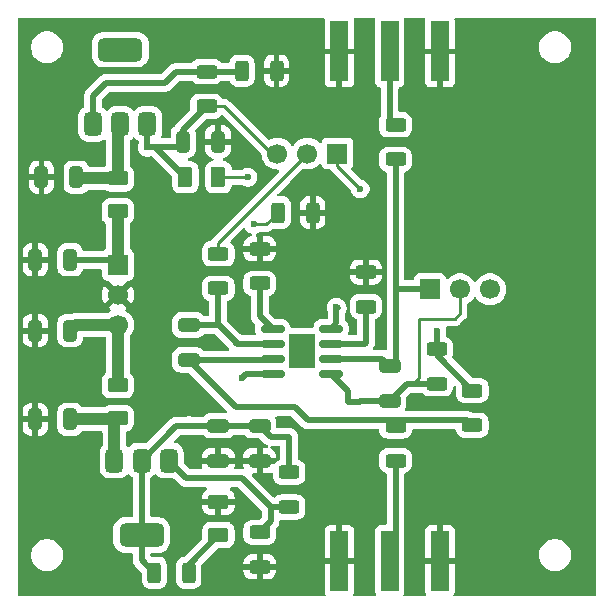
<source format=gtl>
%TF.GenerationSoftware,KiCad,Pcbnew,9.0.4-9.0.4-0~ubuntu24.04.1*%
%TF.CreationDate,2025-11-05T14:30:18-05:00*%
%TF.ProjectId,LFAmp-offset,4c46416d-702d-46f6-9666-7365742e6b69,rev?*%
%TF.SameCoordinates,Original*%
%TF.FileFunction,Copper,L1,Top*%
%TF.FilePolarity,Positive*%
%FSLAX46Y46*%
G04 Gerber Fmt 4.6, Leading zero omitted, Abs format (unit mm)*
G04 Created by KiCad (PCBNEW 9.0.4-9.0.4-0~ubuntu24.04.1) date 2025-11-05 14:30:18*
%MOMM*%
%LPD*%
G01*
G04 APERTURE LIST*
G04 Aperture macros list*
%AMRoundRect*
0 Rectangle with rounded corners*
0 $1 Rounding radius*
0 $2 $3 $4 $5 $6 $7 $8 $9 X,Y pos of 4 corners*
0 Add a 4 corners polygon primitive as box body*
4,1,4,$2,$3,$4,$5,$6,$7,$8,$9,$2,$3,0*
0 Add four circle primitives for the rounded corners*
1,1,$1+$1,$2,$3*
1,1,$1+$1,$4,$5*
1,1,$1+$1,$6,$7*
1,1,$1+$1,$8,$9*
0 Add four rect primitives between the rounded corners*
20,1,$1+$1,$2,$3,$4,$5,0*
20,1,$1+$1,$4,$5,$6,$7,0*
20,1,$1+$1,$6,$7,$8,$9,0*
20,1,$1+$1,$8,$9,$2,$3,0*%
G04 Aperture macros list end*
%TA.AperFunction,Conductor*%
%ADD10C,1.000000*%
%TD*%
%TA.AperFunction,SMDPad,CuDef*%
%ADD11RoundRect,0.250000X-0.650000X0.325000X-0.650000X-0.325000X0.650000X-0.325000X0.650000X0.325000X0*%
%TD*%
%TA.AperFunction,SMDPad,CuDef*%
%ADD12RoundRect,0.375000X0.375000X-0.625000X0.375000X0.625000X-0.375000X0.625000X-0.375000X-0.625000X0*%
%TD*%
%TA.AperFunction,SMDPad,CuDef*%
%ADD13RoundRect,0.500000X1.400000X-0.500000X1.400000X0.500000X-1.400000X0.500000X-1.400000X-0.500000X0*%
%TD*%
%TA.AperFunction,SMDPad,CuDef*%
%ADD14RoundRect,0.250000X-0.625000X0.312500X-0.625000X-0.312500X0.625000X-0.312500X0.625000X0.312500X0*%
%TD*%
%TA.AperFunction,SMDPad,CuDef*%
%ADD15RoundRect,0.150000X0.825000X0.150000X-0.825000X0.150000X-0.825000X-0.150000X0.825000X-0.150000X0*%
%TD*%
%TA.AperFunction,HeatsinkPad*%
%ADD16R,2.290000X3.000000*%
%TD*%
%TA.AperFunction,SMDPad,CuDef*%
%ADD17RoundRect,0.250000X-0.375000X-0.625000X0.375000X-0.625000X0.375000X0.625000X-0.375000X0.625000X0*%
%TD*%
%TA.AperFunction,SMDPad,CuDef*%
%ADD18R,1.500000X5.080000*%
%TD*%
%TA.AperFunction,SMDPad,CuDef*%
%ADD19RoundRect,0.250000X0.625000X-0.312500X0.625000X0.312500X-0.625000X0.312500X-0.625000X-0.312500X0*%
%TD*%
%TA.AperFunction,ComponentPad*%
%ADD20R,1.700000X1.700000*%
%TD*%
%TA.AperFunction,ComponentPad*%
%ADD21C,1.700000*%
%TD*%
%TA.AperFunction,SMDPad,CuDef*%
%ADD22RoundRect,0.250000X-0.312500X-0.625000X0.312500X-0.625000X0.312500X0.625000X-0.312500X0.625000X0*%
%TD*%
%TA.AperFunction,SMDPad,CuDef*%
%ADD23RoundRect,0.250000X0.312500X0.625000X-0.312500X0.625000X-0.312500X-0.625000X0.312500X-0.625000X0*%
%TD*%
%TA.AperFunction,SMDPad,CuDef*%
%ADD24RoundRect,0.250000X0.325000X0.650000X-0.325000X0.650000X-0.325000X-0.650000X0.325000X-0.650000X0*%
%TD*%
%TA.AperFunction,SMDPad,CuDef*%
%ADD25RoundRect,0.250000X0.625000X-0.375000X0.625000X0.375000X-0.625000X0.375000X-0.625000X-0.375000X0*%
%TD*%
%TA.AperFunction,SMDPad,CuDef*%
%ADD26RoundRect,0.250000X-0.625000X0.375000X-0.625000X-0.375000X0.625000X-0.375000X0.625000X0.375000X0*%
%TD*%
%TA.AperFunction,SMDPad,CuDef*%
%ADD27RoundRect,0.250000X-0.325000X-0.650000X0.325000X-0.650000X0.325000X0.650000X-0.325000X0.650000X0*%
%TD*%
%TA.AperFunction,SMDPad,CuDef*%
%ADD28RoundRect,0.375000X-0.375000X0.625000X-0.375000X-0.625000X0.375000X-0.625000X0.375000X0.625000X0*%
%TD*%
%TA.AperFunction,SMDPad,CuDef*%
%ADD29RoundRect,0.500000X-1.400000X0.500000X-1.400000X-0.500000X1.400000X-0.500000X1.400000X0.500000X0*%
%TD*%
%TA.AperFunction,ViaPad*%
%ADD30C,0.600000*%
%TD*%
%TA.AperFunction,Conductor*%
%ADD31C,0.250000*%
%TD*%
%TA.AperFunction,Conductor*%
%ADD32C,0.500000*%
%TD*%
G04 APERTURE END LIST*
D10*
%TO.N,+15V*%
X173500000Y-94500000D02*
X170000000Y-94500000D01*
%TD*%
D11*
%TO.P,C9,1*%
%TO.N,Net-(U1A--)*%
X197000000Y-90025000D03*
%TO.P,C9,2*%
%TO.N,Net-(C9-Pad2)*%
X197000000Y-92975000D03*
%TD*%
D12*
%TO.P,U3,1,ADJ*%
%TO.N,Net-(U3-ADJ)*%
X171900000Y-69500000D03*
%TO.P,U3,2,VI*%
%TO.N,-15V*%
X174200000Y-69500000D03*
D13*
X174200000Y-63200000D03*
D12*
%TO.P,U3,3,VO*%
%TO.N,-5V*%
X176500000Y-69500000D03*
%TD*%
D14*
%TO.P,R7,1*%
%TO.N,GND*%
X195000000Y-82037500D03*
%TO.P,R7,2*%
%TO.N,Net-(U1A-+)*%
X195000000Y-84962500D03*
%TD*%
D15*
%TO.P,U1,1*%
%TO.N,Net-(C9-Pad2)*%
X192045000Y-90655000D03*
%TO.P,U1,2,-*%
%TO.N,Net-(U1A--)*%
X192045000Y-89385000D03*
%TO.P,U1,3,+*%
%TO.N,Net-(U1A-+)*%
X192045000Y-88115000D03*
%TO.P,U1,4,V-*%
%TO.N,-5V*%
X192045000Y-86845000D03*
%TO.P,U1,5,+*%
%TO.N,Net-(U1B-+)*%
X187095000Y-86845000D03*
%TO.P,U1,6,-*%
%TO.N,Net-(U1B--)*%
X187095000Y-88115000D03*
%TO.P,U1,7*%
%TO.N,Net-(C10-Pad2)*%
X187095000Y-89385000D03*
%TO.P,U1,8,V+*%
%TO.N,+5V*%
X187095000Y-90655000D03*
D16*
%TO.P,U1,9*%
%TO.N,N/C*%
X189570000Y-88750000D03*
%TD*%
D17*
%TO.P,D4,1,K*%
%TO.N,-5V*%
X179700000Y-74000000D03*
%TO.P,D4,2,A*%
%TO.N,Net-(D4-A)*%
X182500000Y-74000000D03*
%TD*%
D18*
%TO.P,J3,1,In*%
%TO.N,Net-(J3-In)*%
X197000000Y-106500000D03*
%TO.P,J3,2,Ext*%
%TO.N,GND*%
X201250000Y-106500000D03*
X192750000Y-106500000D03*
%TD*%
D19*
%TO.P,R10,1*%
%TO.N,Net-(U1B--)*%
X182500000Y-83425000D03*
%TO.P,R10,2*%
%TO.N,Net-(R10-Pad2)*%
X182500000Y-80500000D03*
%TD*%
D14*
%TO.P,R11,1*%
%TO.N,Net-(C10-Pad2)*%
X197500000Y-95075000D03*
%TO.P,R11,2*%
%TO.N,Net-(J3-In)*%
X197500000Y-98000000D03*
%TD*%
D11*
%TO.P,C10,1*%
%TO.N,Net-(U1B--)*%
X180000000Y-86525000D03*
%TO.P,C10,2*%
%TO.N,Net-(C10-Pad2)*%
X180000000Y-89475000D03*
%TD*%
D20*
%TO.P,RV2,1,1*%
%TO.N,+5V*%
X192580000Y-72000000D03*
D21*
%TO.P,RV2,2,2*%
%TO.N,Net-(R10-Pad2)*%
X190040000Y-72000000D03*
%TO.P,RV2,3,3*%
%TO.N,-5V*%
X187500000Y-72000000D03*
%TD*%
D22*
%TO.P,R13,1*%
%TO.N,Net-(D4-A)*%
X187575000Y-77000000D03*
%TO.P,R13,2*%
%TO.N,GND*%
X190500000Y-77000000D03*
%TD*%
D14*
%TO.P,R1,1*%
%TO.N,Net-(U3-ADJ)*%
X181500000Y-65075000D03*
%TO.P,R1,2*%
%TO.N,-5V*%
X181500000Y-68000000D03*
%TD*%
%TO.P,R8,1*%
%TO.N,Net-(U1B--)*%
X204000000Y-92075000D03*
%TO.P,R8,2*%
%TO.N,Net-(C10-Pad2)*%
X204000000Y-95000000D03*
%TD*%
D23*
%TO.P,R2,1*%
%TO.N,GND*%
X187425000Y-65000000D03*
%TO.P,R2,2*%
%TO.N,Net-(U3-ADJ)*%
X184500000Y-65000000D03*
%TD*%
D20*
%TO.P,J1,1,Pin_1*%
%TO.N,Net-(D2-K)*%
X174000000Y-81420000D03*
D21*
%TO.P,J1,2,Pin_2*%
%TO.N,GND*%
X174000000Y-83960000D03*
%TO.P,J1,3,Pin_3*%
%TO.N,Net-(D1-A)*%
X174000000Y-86500000D03*
%TD*%
D19*
%TO.P,R9,1*%
%TO.N,Net-(C9-Pad2)*%
X201000000Y-91500000D03*
%TO.P,R9,2*%
%TO.N,Net-(U1B--)*%
X201000000Y-88575000D03*
%TD*%
D22*
%TO.P,R12,1*%
%TO.N,+5V*%
X177075000Y-107500000D03*
%TO.P,R12,2*%
%TO.N,Net-(D3-A)*%
X180000000Y-107500000D03*
%TD*%
D11*
%TO.P,C6,1*%
%TO.N,+5V*%
X182500000Y-95050000D03*
%TO.P,C6,2*%
%TO.N,GND*%
X182500000Y-98000000D03*
%TD*%
D14*
%TO.P,R5,1*%
%TO.N,Net-(J2-In)*%
X197500000Y-69575000D03*
%TO.P,R5,2*%
%TO.N,Net-(U1A--)*%
X197500000Y-72500000D03*
%TD*%
D20*
%TO.P,RV1,1,1*%
%TO.N,Net-(U1A--)*%
X200420000Y-83500000D03*
D21*
%TO.P,RV1,2,2*%
%TO.N,Net-(C9-Pad2)*%
X202960000Y-83500000D03*
%TO.P,RV1,3,3*%
%TO.N,unconnected-(RV1-Pad3)*%
X205500000Y-83500000D03*
%TD*%
D19*
%TO.P,R4,1*%
%TO.N,Net-(U2-ADJ)*%
X188500000Y-101925000D03*
%TO.P,R4,2*%
%TO.N,+5V*%
X188500000Y-99000000D03*
%TD*%
D14*
%TO.P,R6,1*%
%TO.N,GND*%
X186000000Y-80075000D03*
%TO.P,R6,2*%
%TO.N,Net-(U1B-+)*%
X186000000Y-83000000D03*
%TD*%
D24*
%TO.P,C3,1*%
%TO.N,+15V*%
X169950000Y-94500000D03*
%TO.P,C3,2*%
%TO.N,GND*%
X167000000Y-94500000D03*
%TD*%
D18*
%TO.P,J2,1,In*%
%TO.N,Net-(J2-In)*%
X197000000Y-63362500D03*
%TO.P,J2,2,Ext*%
%TO.N,GND*%
X192750000Y-63362500D03*
X201250000Y-63362500D03*
%TD*%
D25*
%TO.P,D1,1,K*%
%TO.N,+15V*%
X174000000Y-94400000D03*
%TO.P,D1,2,A*%
%TO.N,Net-(D1-A)*%
X174000000Y-91600000D03*
%TD*%
D19*
%TO.P,R3,1*%
%TO.N,GND*%
X186000000Y-107000000D03*
%TO.P,R3,2*%
%TO.N,Net-(U2-ADJ)*%
X186000000Y-104075000D03*
%TD*%
D24*
%TO.P,C4,1*%
%TO.N,-15V*%
X170475000Y-74000000D03*
%TO.P,C4,2*%
%TO.N,GND*%
X167525000Y-74000000D03*
%TD*%
D26*
%TO.P,D3,1,K*%
%TO.N,GND*%
X182500000Y-101500000D03*
%TO.P,D3,2,A*%
%TO.N,Net-(D3-A)*%
X182500000Y-104300000D03*
%TD*%
D27*
%TO.P,C5,1*%
%TO.N,-5V*%
X179525000Y-71000000D03*
%TO.P,C5,2*%
%TO.N,GND*%
X182475000Y-71000000D03*
%TD*%
D11*
%TO.P,C7,1*%
%TO.N,+5V*%
X186000000Y-95050000D03*
%TO.P,C7,2*%
%TO.N,GND*%
X186000000Y-98000000D03*
%TD*%
D25*
%TO.P,D2,1,K*%
%TO.N,Net-(D2-K)*%
X174000000Y-76900000D03*
%TO.P,D2,2,A*%
%TO.N,-15V*%
X174000000Y-74100000D03*
%TD*%
D28*
%TO.P,U2,1,ADJ*%
%TO.N,Net-(U2-ADJ)*%
X178300000Y-98000000D03*
%TO.P,U2,2,VO*%
%TO.N,+5V*%
X176000000Y-98000000D03*
D29*
X176000000Y-104300000D03*
D28*
%TO.P,U2,3,VI*%
%TO.N,+15V*%
X173700000Y-98000000D03*
%TD*%
D24*
%TO.P,C2,1*%
%TO.N,Net-(D2-K)*%
X169950000Y-81000000D03*
%TO.P,C2,2*%
%TO.N,GND*%
X167000000Y-81000000D03*
%TD*%
%TO.P,C1,1*%
%TO.N,Net-(D1-A)*%
X169950000Y-87000000D03*
%TO.P,C1,2*%
%TO.N,GND*%
X167000000Y-87000000D03*
%TD*%
D30*
%TO.N,Net-(D4-A)*%
X185500000Y-78000000D03*
X185000000Y-74000000D03*
%TO.N,+5V*%
X194500000Y-75000000D03*
%TO.N,Net-(U1B--)*%
X201000000Y-87000000D03*
X184000000Y-88000000D03*
%TO.N,+5V*%
X180000000Y-95050000D03*
X184500000Y-91000000D03*
%TO.N,-5V*%
X192500000Y-85000000D03*
X176468962Y-71468963D03*
%TD*%
D31*
%TO.N,Net-(D4-A)*%
X186575000Y-78000000D02*
X185500000Y-78000000D01*
X187575000Y-77000000D02*
X186575000Y-78000000D01*
X182500000Y-74000000D02*
X184000000Y-74000000D01*
X184000000Y-74000000D02*
X185000000Y-74000000D01*
D32*
%TO.N,+5V*%
X176000000Y-104300000D02*
X176000000Y-98000000D01*
D31*
X192580000Y-73080000D02*
X194500000Y-75000000D01*
X192580000Y-72000000D02*
X192580000Y-73080000D01*
%TO.N,Net-(R10-Pad2)*%
X190040000Y-72000000D02*
X182500000Y-79540000D01*
X182500000Y-79540000D02*
X182500000Y-80500000D01*
%TO.N,-5V*%
X187500000Y-72000000D02*
X187000000Y-72000000D01*
X187000000Y-72000000D02*
X183000000Y-68000000D01*
X183000000Y-68000000D02*
X181500000Y-68000000D01*
D32*
%TO.N,Net-(U1A--)*%
X197500000Y-83500000D02*
X197500000Y-89525000D01*
X197500000Y-83500000D02*
X200420000Y-83500000D01*
D31*
%TO.N,Net-(C9-Pad2)*%
X202500000Y-86000000D02*
X199500000Y-86000000D01*
X202960000Y-83500000D02*
X202960000Y-85540000D01*
D32*
X199000000Y-91500000D02*
X198475000Y-91500000D01*
D31*
X199500000Y-86000000D02*
X199500000Y-91000000D01*
X202960000Y-85540000D02*
X202500000Y-86000000D01*
X199500000Y-91000000D02*
X199000000Y-91500000D01*
D32*
%TO.N,Net-(U3-ADJ)*%
X181500000Y-65075000D02*
X184425000Y-65075000D01*
X184425000Y-65075000D02*
X184500000Y-65000000D01*
%TO.N,-5V*%
X179525000Y-71000000D02*
X179525000Y-69975000D01*
X179525000Y-69975000D02*
X181500000Y-68000000D01*
%TO.N,Net-(U3-ADJ)*%
X173000000Y-66000000D02*
X178000000Y-66000000D01*
X171900000Y-69500000D02*
X171900000Y-67100000D01*
X178925000Y-65075000D02*
X181500000Y-65075000D01*
X171900000Y-67100000D02*
X173000000Y-66000000D01*
X178000000Y-66000000D02*
X178925000Y-65075000D01*
%TO.N,Net-(U1B-+)*%
X186000000Y-83000000D02*
X186000000Y-85750000D01*
X186000000Y-85750000D02*
X187095000Y-86845000D01*
%TO.N,Net-(U1A-+)*%
X194885000Y-88115000D02*
X195000000Y-88000000D01*
X192045000Y-88115000D02*
X194885000Y-88115000D01*
X195000000Y-88000000D02*
X195000000Y-84962500D01*
%TO.N,Net-(J3-In)*%
X197500000Y-98000000D02*
X197500000Y-107000000D01*
X197500000Y-107000000D02*
X197000000Y-107500000D01*
%TO.N,Net-(U1A--)*%
X197500000Y-72500000D02*
X197500000Y-83500000D01*
X197500000Y-89525000D02*
X197000000Y-90025000D01*
%TO.N,Net-(J2-In)*%
X197000000Y-63362500D02*
X197000000Y-69075000D01*
X197000000Y-69075000D02*
X197500000Y-69575000D01*
%TO.N,Net-(U2-ADJ)*%
X186925000Y-101925000D02*
X186925000Y-103150000D01*
X186925000Y-103150000D02*
X186000000Y-104075000D01*
X188500000Y-101925000D02*
X186925000Y-101925000D01*
X186925000Y-101925000D02*
X184500000Y-99500000D01*
X179800000Y-99500000D02*
X178300000Y-98000000D01*
X184500000Y-99500000D02*
X179800000Y-99500000D01*
%TO.N,+5V*%
X188500000Y-99000000D02*
X188500000Y-96000000D01*
X188500000Y-96000000D02*
X186950000Y-96000000D01*
X186950000Y-96000000D02*
X186000000Y-95050000D01*
%TO.N,Net-(C10-Pad2)*%
X191500000Y-94575000D02*
X203575000Y-94575000D01*
X203575000Y-94575000D02*
X204000000Y-95000000D01*
%TO.N,Net-(U1B--)*%
X201000000Y-88575000D02*
X201000000Y-89075000D01*
X201000000Y-89075000D02*
X204000000Y-92075000D01*
X201000000Y-88575000D02*
X201000000Y-87000000D01*
X184000000Y-88000000D02*
X182525000Y-86525000D01*
%TO.N,Net-(C9-Pad2)*%
X201000000Y-91500000D02*
X199000000Y-91500000D01*
X198475000Y-91500000D02*
X197000000Y-92975000D01*
%TO.N,Net-(U1A--)*%
X196360000Y-89385000D02*
X195500000Y-89385000D01*
%TO.N,Net-(U1B--)*%
X182500000Y-83425000D02*
X182500000Y-86500000D01*
X182500000Y-86500000D02*
X182525000Y-86525000D01*
%TO.N,Net-(C10-Pad2)*%
X190075000Y-94575000D02*
X189000000Y-93500000D01*
X191500000Y-94575000D02*
X190075000Y-94575000D01*
X184025000Y-93500000D02*
X180000000Y-89475000D01*
X189000000Y-93500000D02*
X184025000Y-93500000D01*
%TO.N,+5V*%
X180000000Y-95050000D02*
X178950000Y-95050000D01*
X182500000Y-95050000D02*
X180000000Y-95050000D01*
X178950000Y-95050000D02*
X176000000Y-98000000D01*
X182500000Y-95050000D02*
X186000000Y-95050000D01*
X184845000Y-90655000D02*
X184500000Y-91000000D01*
X187095000Y-90655000D02*
X184845000Y-90655000D01*
%TO.N,Net-(D3-A)*%
X180000000Y-107500000D02*
X180000000Y-106800000D01*
X180000000Y-106800000D02*
X182500000Y-104300000D01*
%TO.N,+5V*%
X176000000Y-104300000D02*
X176000000Y-106425000D01*
X176000000Y-106425000D02*
X177075000Y-107500000D01*
%TO.N,-5V*%
X176468962Y-71468963D02*
X177168963Y-71468963D01*
X177168963Y-71468963D02*
X179700000Y-74000000D01*
%TO.N,Net-(U1A--)*%
X197000000Y-90025000D02*
X196360000Y-89385000D01*
X195500000Y-89385000D02*
X192045000Y-89385000D01*
%TO.N,Net-(C9-Pad2)*%
X193500000Y-92110000D02*
X193500000Y-93000000D01*
X193500000Y-93000000D02*
X194500000Y-93000000D01*
X192045000Y-90655000D02*
X193500000Y-92110000D01*
X194500000Y-93000000D02*
X194525000Y-92975000D01*
X194525000Y-92975000D02*
X197000000Y-92975000D01*
%TO.N,+5V*%
X187000000Y-90750000D02*
X187095000Y-90655000D01*
%TO.N,Net-(D2-K)*%
X169950000Y-81000000D02*
X173580000Y-81000000D01*
X173580000Y-81000000D02*
X174000000Y-81420000D01*
D10*
%TO.N,-15V*%
X174000000Y-74100000D02*
X170575000Y-74100000D01*
X170575000Y-74100000D02*
X170475000Y-74000000D01*
D32*
%TO.N,-5V*%
X176468962Y-71468963D02*
X179056037Y-71468963D01*
X179056037Y-71468963D02*
X179525000Y-71000000D01*
D10*
%TO.N,Net-(D1-A)*%
X174000000Y-86500000D02*
X170450000Y-86500000D01*
X170450000Y-86500000D02*
X169950000Y-87000000D01*
D32*
%TO.N,Net-(C10-Pad2)*%
X180000000Y-89475000D02*
X187005000Y-89475000D01*
X187005000Y-89475000D02*
X187095000Y-89385000D01*
%TO.N,Net-(U1B--)*%
X187095000Y-88115000D02*
X184115000Y-88115000D01*
X184115000Y-88115000D02*
X184000000Y-88000000D01*
X182525000Y-86525000D02*
X180000000Y-86525000D01*
%TO.N,-5V*%
X192500000Y-86390000D02*
X192500000Y-85000000D01*
X192045000Y-86845000D02*
X192500000Y-86390000D01*
X192500000Y-85000000D02*
X192612000Y-85112000D01*
X176500000Y-71437925D02*
X176468962Y-71468963D01*
X176500000Y-69500000D02*
X176500000Y-71437925D01*
D10*
%TO.N,+15V*%
X173700000Y-98000000D02*
X173700000Y-94700000D01*
X173700000Y-94700000D02*
X174000000Y-94400000D01*
%TO.N,Net-(D1-A)*%
X174000000Y-86500000D02*
X174000000Y-91600000D01*
%TO.N,Net-(D2-K)*%
X174000000Y-76900000D02*
X174000000Y-81420000D01*
%TO.N,-15V*%
X174000000Y-74100000D02*
X174000000Y-69700000D01*
D32*
X174000000Y-69700000D02*
X174200000Y-69500000D01*
%TD*%
%TA.AperFunction,Conductor*%
%TO.N,GND*%
G36*
X191474897Y-60520185D02*
G01*
X191520652Y-60572989D01*
X191530596Y-60642147D01*
X191524040Y-60667833D01*
X191506403Y-60715119D01*
X191506401Y-60715127D01*
X191500000Y-60774655D01*
X191500000Y-63112500D01*
X194000000Y-63112500D01*
X194000000Y-60774672D01*
X193999999Y-60774655D01*
X193993598Y-60715127D01*
X193993596Y-60715119D01*
X193975960Y-60667833D01*
X193970976Y-60598141D01*
X194004461Y-60536818D01*
X194065785Y-60503334D01*
X194092142Y-60500500D01*
X195657325Y-60500500D01*
X195724364Y-60520185D01*
X195770119Y-60572989D01*
X195780063Y-60642147D01*
X195773507Y-60667833D01*
X195755908Y-60715016D01*
X195749501Y-60774616D01*
X195749501Y-60774623D01*
X195749500Y-60774635D01*
X195749500Y-65950370D01*
X195749501Y-65950376D01*
X195755908Y-66009983D01*
X195806202Y-66144828D01*
X195806206Y-66144835D01*
X195892452Y-66260044D01*
X195892455Y-66260047D01*
X196007664Y-66346293D01*
X196007671Y-66346297D01*
X196142517Y-66396591D01*
X196150062Y-66398374D01*
X196149523Y-66400651D01*
X196203287Y-66422908D01*
X196243147Y-66480293D01*
X196249500Y-66519475D01*
X196249500Y-68811836D01*
X196231039Y-68876932D01*
X196190189Y-68943159D01*
X196190186Y-68943166D01*
X196135001Y-69109703D01*
X196135001Y-69109704D01*
X196135000Y-69109704D01*
X196124500Y-69212483D01*
X196124500Y-69937501D01*
X196124501Y-69937519D01*
X196135000Y-70040296D01*
X196135001Y-70040299D01*
X196190185Y-70206831D01*
X196190187Y-70206836D01*
X196213043Y-70243892D01*
X196282288Y-70356156D01*
X196406344Y-70480212D01*
X196555666Y-70572314D01*
X196722203Y-70627499D01*
X196824991Y-70638000D01*
X198175008Y-70637999D01*
X198277797Y-70627499D01*
X198444334Y-70572314D01*
X198593656Y-70480212D01*
X198717712Y-70356156D01*
X198809814Y-70206834D01*
X198864999Y-70040297D01*
X198875500Y-69937509D01*
X198875499Y-69212492D01*
X198864999Y-69109703D01*
X198809814Y-68943166D01*
X198717712Y-68793844D01*
X198593656Y-68669788D01*
X198444334Y-68577686D01*
X198277797Y-68522501D01*
X198277795Y-68522500D01*
X198175016Y-68512000D01*
X198175009Y-68512000D01*
X197874500Y-68512000D01*
X197807461Y-68492315D01*
X197761706Y-68439511D01*
X197750500Y-68388000D01*
X197750500Y-66519476D01*
X197770185Y-66452437D01*
X197822989Y-66406682D01*
X197850135Y-66399236D01*
X197849932Y-66398376D01*
X197857479Y-66396592D01*
X197857481Y-66396591D01*
X197857483Y-66396591D01*
X197992331Y-66346296D01*
X198107546Y-66260046D01*
X198193796Y-66144831D01*
X198244091Y-66009983D01*
X198250500Y-65950373D01*
X198250500Y-65950344D01*
X200000000Y-65950344D01*
X200006401Y-66009872D01*
X200006403Y-66009879D01*
X200056645Y-66144586D01*
X200056649Y-66144593D01*
X200142809Y-66259687D01*
X200142812Y-66259690D01*
X200257906Y-66345850D01*
X200257913Y-66345854D01*
X200392620Y-66396096D01*
X200392627Y-66396098D01*
X200452155Y-66402499D01*
X200452172Y-66402500D01*
X201000000Y-66402500D01*
X201500000Y-66402500D01*
X202047828Y-66402500D01*
X202047844Y-66402499D01*
X202107372Y-66396098D01*
X202107379Y-66396096D01*
X202242086Y-66345854D01*
X202242093Y-66345850D01*
X202357187Y-66259690D01*
X202357190Y-66259687D01*
X202443350Y-66144593D01*
X202443354Y-66144586D01*
X202493596Y-66009879D01*
X202493598Y-66009872D01*
X202499999Y-65950344D01*
X202500000Y-65950327D01*
X202500000Y-63612500D01*
X201500000Y-63612500D01*
X201500000Y-66402500D01*
X201000000Y-66402500D01*
X201000000Y-63612500D01*
X200000000Y-63612500D01*
X200000000Y-65950344D01*
X198250500Y-65950344D01*
X198250499Y-63316243D01*
X198250499Y-60774629D01*
X198250498Y-60774623D01*
X198250497Y-60774616D01*
X198244091Y-60715017D01*
X198226493Y-60667833D01*
X198221509Y-60598141D01*
X198254995Y-60536818D01*
X198316318Y-60503334D01*
X198342675Y-60500500D01*
X199907858Y-60500500D01*
X199974897Y-60520185D01*
X200020652Y-60572989D01*
X200030596Y-60642147D01*
X200024040Y-60667833D01*
X200006403Y-60715119D01*
X200006401Y-60715127D01*
X200000000Y-60774655D01*
X200000000Y-63112500D01*
X202500000Y-63112500D01*
X202500000Y-62893713D01*
X209649500Y-62893713D01*
X209649500Y-63106286D01*
X209682753Y-63316239D01*
X209748444Y-63518414D01*
X209844951Y-63707820D01*
X209969890Y-63879786D01*
X210120213Y-64030109D01*
X210292179Y-64155048D01*
X210292181Y-64155049D01*
X210292184Y-64155051D01*
X210481588Y-64251557D01*
X210683757Y-64317246D01*
X210893713Y-64350500D01*
X210893714Y-64350500D01*
X211106286Y-64350500D01*
X211106287Y-64350500D01*
X211316243Y-64317246D01*
X211518412Y-64251557D01*
X211707816Y-64155051D01*
X211729789Y-64139086D01*
X211879786Y-64030109D01*
X211879788Y-64030106D01*
X211879792Y-64030104D01*
X212030104Y-63879792D01*
X212030106Y-63879788D01*
X212030109Y-63879786D01*
X212155048Y-63707820D01*
X212155047Y-63707820D01*
X212155051Y-63707816D01*
X212251557Y-63518412D01*
X212317246Y-63316243D01*
X212350500Y-63106287D01*
X212350500Y-62893713D01*
X212317246Y-62683757D01*
X212251557Y-62481588D01*
X212155051Y-62292184D01*
X212155049Y-62292181D01*
X212155048Y-62292179D01*
X212030109Y-62120213D01*
X211879786Y-61969890D01*
X211707820Y-61844951D01*
X211518414Y-61748444D01*
X211518413Y-61748443D01*
X211518412Y-61748443D01*
X211316243Y-61682754D01*
X211316241Y-61682753D01*
X211316240Y-61682753D01*
X211154957Y-61657208D01*
X211106287Y-61649500D01*
X210893713Y-61649500D01*
X210845042Y-61657208D01*
X210683760Y-61682753D01*
X210481585Y-61748444D01*
X210292179Y-61844951D01*
X210120213Y-61969890D01*
X209969890Y-62120213D01*
X209844951Y-62292179D01*
X209748444Y-62481585D01*
X209682753Y-62683760D01*
X209649500Y-62893713D01*
X202500000Y-62893713D01*
X202500000Y-60774672D01*
X202499999Y-60774655D01*
X202493598Y-60715127D01*
X202493596Y-60715119D01*
X202475960Y-60667833D01*
X202470976Y-60598141D01*
X202504461Y-60536818D01*
X202565785Y-60503334D01*
X202592142Y-60500500D01*
X214375500Y-60500500D01*
X214442539Y-60520185D01*
X214488294Y-60572989D01*
X214499500Y-60624500D01*
X214499500Y-109375500D01*
X214479815Y-109442539D01*
X214427011Y-109488294D01*
X214375500Y-109499500D01*
X202528322Y-109499500D01*
X202461283Y-109479815D01*
X202415528Y-109427011D01*
X202405584Y-109357853D01*
X202429055Y-109301190D01*
X202443350Y-109282093D01*
X202443354Y-109282086D01*
X202493596Y-109147379D01*
X202493598Y-109147372D01*
X202499999Y-109087844D01*
X202500000Y-109087827D01*
X202500000Y-106750000D01*
X200000000Y-106750000D01*
X200000000Y-109087844D01*
X200006401Y-109147372D01*
X200006403Y-109147379D01*
X200056645Y-109282086D01*
X200056649Y-109282093D01*
X200070945Y-109301190D01*
X200095362Y-109366654D01*
X200080510Y-109434927D01*
X200031105Y-109484332D01*
X199971678Y-109499500D01*
X198278946Y-109499500D01*
X198211907Y-109479815D01*
X198166152Y-109427011D01*
X198156208Y-109357853D01*
X198179679Y-109301189D01*
X198181045Y-109299363D01*
X198193796Y-109282331D01*
X198244091Y-109147483D01*
X198250500Y-109087873D01*
X198250500Y-106518412D01*
X198250500Y-103912155D01*
X200000000Y-103912155D01*
X200000000Y-106250000D01*
X201000000Y-106250000D01*
X201500000Y-106250000D01*
X202500000Y-106250000D01*
X202500000Y-105893713D01*
X209649500Y-105893713D01*
X209649500Y-106106286D01*
X209667376Y-106219154D01*
X209682754Y-106316243D01*
X209699694Y-106368380D01*
X209748444Y-106518414D01*
X209844951Y-106707820D01*
X209969890Y-106879786D01*
X210120213Y-107030109D01*
X210292179Y-107155048D01*
X210292181Y-107155049D01*
X210292184Y-107155051D01*
X210481588Y-107251557D01*
X210683757Y-107317246D01*
X210893713Y-107350500D01*
X210893714Y-107350500D01*
X211106286Y-107350500D01*
X211106287Y-107350500D01*
X211316243Y-107317246D01*
X211518412Y-107251557D01*
X211707816Y-107155051D01*
X211729789Y-107139086D01*
X211879786Y-107030109D01*
X211879788Y-107030106D01*
X211879792Y-107030104D01*
X212030104Y-106879792D01*
X212030106Y-106879788D01*
X212030109Y-106879786D01*
X212155048Y-106707820D01*
X212155047Y-106707820D01*
X212155051Y-106707816D01*
X212251557Y-106518412D01*
X212317246Y-106316243D01*
X212350500Y-106106287D01*
X212350500Y-105893713D01*
X212317246Y-105683757D01*
X212251557Y-105481588D01*
X212155051Y-105292184D01*
X212155049Y-105292181D01*
X212155048Y-105292179D01*
X212030109Y-105120213D01*
X211879786Y-104969890D01*
X211707820Y-104844951D01*
X211518414Y-104748444D01*
X211518413Y-104748443D01*
X211518412Y-104748443D01*
X211316243Y-104682754D01*
X211316241Y-104682753D01*
X211316240Y-104682753D01*
X211154957Y-104657208D01*
X211106287Y-104649500D01*
X210893713Y-104649500D01*
X210845042Y-104657208D01*
X210683760Y-104682753D01*
X210481585Y-104748444D01*
X210292179Y-104844951D01*
X210120213Y-104969890D01*
X209969890Y-105120213D01*
X209844951Y-105292179D01*
X209748444Y-105481585D01*
X209682753Y-105683760D01*
X209649500Y-105893713D01*
X202500000Y-105893713D01*
X202500000Y-103912172D01*
X202499999Y-103912155D01*
X202493598Y-103852627D01*
X202493596Y-103852620D01*
X202443354Y-103717913D01*
X202443350Y-103717906D01*
X202357190Y-103602812D01*
X202357187Y-103602809D01*
X202242093Y-103516649D01*
X202242086Y-103516645D01*
X202107379Y-103466403D01*
X202107372Y-103466401D01*
X202047844Y-103460000D01*
X201500000Y-103460000D01*
X201500000Y-106250000D01*
X201000000Y-106250000D01*
X201000000Y-103460000D01*
X200452155Y-103460000D01*
X200392627Y-103466401D01*
X200392620Y-103466403D01*
X200257913Y-103516645D01*
X200257906Y-103516649D01*
X200142812Y-103602809D01*
X200142809Y-103602812D01*
X200056649Y-103717906D01*
X200056645Y-103717913D01*
X200006403Y-103852620D01*
X200006401Y-103852627D01*
X200000000Y-103912155D01*
X198250500Y-103912155D01*
X198250500Y-99151085D01*
X198270185Y-99084046D01*
X198322989Y-99038291D01*
X198335489Y-99033381D01*
X198444334Y-98997314D01*
X198593656Y-98905212D01*
X198717712Y-98781156D01*
X198809814Y-98631834D01*
X198864999Y-98465297D01*
X198875500Y-98362509D01*
X198875499Y-97637492D01*
X198864999Y-97534703D01*
X198809814Y-97368166D01*
X198717712Y-97218844D01*
X198593656Y-97094788D01*
X198444334Y-97002686D01*
X198277797Y-96947501D01*
X198277795Y-96947500D01*
X198175010Y-96937000D01*
X196824998Y-96937000D01*
X196824981Y-96937001D01*
X196722203Y-96947500D01*
X196722200Y-96947501D01*
X196555668Y-97002685D01*
X196555663Y-97002687D01*
X196406342Y-97094789D01*
X196282289Y-97218842D01*
X196190187Y-97368163D01*
X196190186Y-97368166D01*
X196135001Y-97534703D01*
X196135001Y-97534704D01*
X196135000Y-97534704D01*
X196124500Y-97637483D01*
X196124500Y-98362501D01*
X196124501Y-98362519D01*
X196135000Y-98465296D01*
X196135001Y-98465299D01*
X196190185Y-98631831D01*
X196190187Y-98631836D01*
X196205291Y-98656324D01*
X196282288Y-98781156D01*
X196406344Y-98905212D01*
X196555666Y-98997314D01*
X196664505Y-99033379D01*
X196721949Y-99073152D01*
X196748772Y-99137667D01*
X196749500Y-99151085D01*
X196749500Y-103335500D01*
X196729815Y-103402539D01*
X196677011Y-103448294D01*
X196625500Y-103459500D01*
X196202129Y-103459500D01*
X196202123Y-103459501D01*
X196142516Y-103465908D01*
X196007671Y-103516202D01*
X196007664Y-103516206D01*
X195892455Y-103602452D01*
X195892452Y-103602455D01*
X195806206Y-103717664D01*
X195806202Y-103717671D01*
X195755908Y-103852517D01*
X195749501Y-103912116D01*
X195749500Y-103912135D01*
X195749500Y-109087870D01*
X195749501Y-109087876D01*
X195755908Y-109147483D01*
X195806202Y-109282328D01*
X195806204Y-109282331D01*
X195820321Y-109301189D01*
X195844738Y-109366654D01*
X195829886Y-109434927D01*
X195780481Y-109484332D01*
X195721054Y-109499500D01*
X194028322Y-109499500D01*
X193961283Y-109479815D01*
X193915528Y-109427011D01*
X193905584Y-109357853D01*
X193929055Y-109301190D01*
X193943350Y-109282093D01*
X193943354Y-109282086D01*
X193993596Y-109147379D01*
X193993598Y-109147372D01*
X193999999Y-109087844D01*
X194000000Y-109087827D01*
X194000000Y-106750000D01*
X191500000Y-106750000D01*
X191500000Y-109087844D01*
X191506401Y-109147372D01*
X191506403Y-109147379D01*
X191556645Y-109282086D01*
X191556649Y-109282093D01*
X191570945Y-109301190D01*
X191595362Y-109366654D01*
X191580510Y-109434927D01*
X191531105Y-109484332D01*
X191471678Y-109499500D01*
X165624500Y-109499500D01*
X165557461Y-109479815D01*
X165511706Y-109427011D01*
X165500500Y-109375500D01*
X165500500Y-105893713D01*
X166649500Y-105893713D01*
X166649500Y-106106286D01*
X166667376Y-106219154D01*
X166682754Y-106316243D01*
X166699694Y-106368380D01*
X166748444Y-106518414D01*
X166844951Y-106707820D01*
X166969890Y-106879786D01*
X167120213Y-107030109D01*
X167292179Y-107155048D01*
X167292181Y-107155049D01*
X167292184Y-107155051D01*
X167481588Y-107251557D01*
X167683757Y-107317246D01*
X167893713Y-107350500D01*
X167893714Y-107350500D01*
X168106286Y-107350500D01*
X168106287Y-107350500D01*
X168316243Y-107317246D01*
X168518412Y-107251557D01*
X168707816Y-107155051D01*
X168729789Y-107139086D01*
X168879786Y-107030109D01*
X168879788Y-107030106D01*
X168879792Y-107030104D01*
X169030104Y-106879792D01*
X169030106Y-106879788D01*
X169030109Y-106879786D01*
X169155048Y-106707820D01*
X169155047Y-106707820D01*
X169155051Y-106707816D01*
X169251557Y-106518412D01*
X169317246Y-106316243D01*
X169350500Y-106106287D01*
X169350500Y-105893713D01*
X169317246Y-105683757D01*
X169251557Y-105481588D01*
X169155051Y-105292184D01*
X169155049Y-105292181D01*
X169155048Y-105292179D01*
X169030109Y-105120213D01*
X168879786Y-104969890D01*
X168707820Y-104844951D01*
X168518414Y-104748444D01*
X168518413Y-104748443D01*
X168518412Y-104748443D01*
X168316243Y-104682754D01*
X168316241Y-104682753D01*
X168316240Y-104682753D01*
X168154957Y-104657208D01*
X168106287Y-104649500D01*
X167893713Y-104649500D01*
X167845042Y-104657208D01*
X167683760Y-104682753D01*
X167481585Y-104748444D01*
X167292179Y-104844951D01*
X167120213Y-104969890D01*
X166969890Y-105120213D01*
X166844951Y-105292179D01*
X166748444Y-105481585D01*
X166682753Y-105683760D01*
X166649500Y-105893713D01*
X165500500Y-105893713D01*
X165500500Y-95199986D01*
X165925001Y-95199986D01*
X165935494Y-95302697D01*
X165990641Y-95469119D01*
X165990643Y-95469124D01*
X166082684Y-95618345D01*
X166206654Y-95742315D01*
X166355875Y-95834356D01*
X166355880Y-95834358D01*
X166522302Y-95889505D01*
X166522309Y-95889506D01*
X166625019Y-95899999D01*
X166749999Y-95899999D01*
X167250000Y-95899999D01*
X167374972Y-95899999D01*
X167374986Y-95899998D01*
X167477697Y-95889505D01*
X167644119Y-95834358D01*
X167644124Y-95834356D01*
X167793345Y-95742315D01*
X167917315Y-95618345D01*
X168009356Y-95469124D01*
X168009358Y-95469119D01*
X168064505Y-95302697D01*
X168064506Y-95302690D01*
X168074999Y-95199986D01*
X168075000Y-95199973D01*
X168075000Y-94750000D01*
X167250000Y-94750000D01*
X167250000Y-95899999D01*
X166749999Y-95899999D01*
X166750000Y-95899998D01*
X166750000Y-94750000D01*
X165925001Y-94750000D01*
X165925001Y-95199986D01*
X165500500Y-95199986D01*
X165500500Y-93800013D01*
X165925000Y-93800013D01*
X165925000Y-94250000D01*
X166750000Y-94250000D01*
X167250000Y-94250000D01*
X168074999Y-94250000D01*
X168074999Y-93800024D01*
X168074998Y-93800016D01*
X168074995Y-93799983D01*
X168874500Y-93799983D01*
X168874500Y-95200001D01*
X168874501Y-95200018D01*
X168885000Y-95302796D01*
X168885001Y-95302799D01*
X168922860Y-95417048D01*
X168940186Y-95469334D01*
X169032288Y-95618656D01*
X169156344Y-95742712D01*
X169305666Y-95834814D01*
X169472203Y-95889999D01*
X169574991Y-95900500D01*
X170325008Y-95900499D01*
X170325016Y-95900498D01*
X170325019Y-95900498D01*
X170381302Y-95894748D01*
X170427797Y-95889999D01*
X170594334Y-95834814D01*
X170743656Y-95742712D01*
X170867712Y-95618656D01*
X170904259Y-95559402D01*
X170956207Y-95512679D01*
X171009798Y-95500500D01*
X172575500Y-95500500D01*
X172642539Y-95520185D01*
X172688294Y-95572989D01*
X172699500Y-95624500D01*
X172699500Y-96712073D01*
X172679815Y-96779112D01*
X172672148Y-96789760D01*
X172582971Y-96900702D01*
X172498361Y-97071303D01*
X172498359Y-97071307D01*
X172492519Y-97094789D01*
X172452400Y-97256107D01*
X172449500Y-97298879D01*
X172449500Y-98701122D01*
X172449501Y-98701125D01*
X172452399Y-98743886D01*
X172452399Y-98743887D01*
X172482933Y-98866666D01*
X172492519Y-98905212D01*
X172498360Y-98928696D01*
X172582967Y-99099292D01*
X172582969Y-99099295D01*
X172702277Y-99247721D01*
X172702278Y-99247722D01*
X172850704Y-99367030D01*
X172850707Y-99367032D01*
X173021302Y-99451639D01*
X173021303Y-99451639D01*
X173021307Y-99451641D01*
X173206111Y-99497600D01*
X173248877Y-99500500D01*
X174151122Y-99500499D01*
X174193889Y-99497600D01*
X174378693Y-99451641D01*
X174549296Y-99367030D01*
X174697722Y-99247722D01*
X174753353Y-99178514D01*
X174810696Y-99138595D01*
X174880518Y-99136015D01*
X174940651Y-99171594D01*
X174946647Y-99178514D01*
X175002277Y-99247721D01*
X175002278Y-99247722D01*
X175150704Y-99367030D01*
X175180594Y-99381854D01*
X175231907Y-99429275D01*
X175249500Y-99492942D01*
X175249500Y-102675500D01*
X175229815Y-102742539D01*
X175177011Y-102788294D01*
X175125500Y-102799500D01*
X174541971Y-102799500D01*
X174541965Y-102799500D01*
X174541964Y-102799501D01*
X174530316Y-102800536D01*
X174422584Y-102810113D01*
X174226954Y-102866089D01*
X174209030Y-102875452D01*
X174046593Y-102960302D01*
X174046591Y-102960303D01*
X174046590Y-102960304D01*
X173888890Y-103088890D01*
X173760304Y-103246590D01*
X173666089Y-103426954D01*
X173610114Y-103622583D01*
X173610113Y-103622586D01*
X173599500Y-103741966D01*
X173599500Y-104858028D01*
X173599501Y-104858034D01*
X173610113Y-104977415D01*
X173666089Y-105173045D01*
X173666090Y-105173048D01*
X173666091Y-105173049D01*
X173760302Y-105353407D01*
X173794977Y-105395933D01*
X173888890Y-105511109D01*
X173982803Y-105587684D01*
X174046593Y-105639698D01*
X174226951Y-105733909D01*
X174422582Y-105789886D01*
X174541963Y-105800500D01*
X175125500Y-105800499D01*
X175192539Y-105820183D01*
X175238294Y-105872987D01*
X175249500Y-105924499D01*
X175249500Y-106498918D01*
X175249500Y-106498920D01*
X175249499Y-106498920D01*
X175278340Y-106643907D01*
X175278342Y-106643913D01*
X175334914Y-106780491D01*
X175334917Y-106780497D01*
X175335270Y-106781024D01*
X175335293Y-106781099D01*
X175335312Y-106781087D01*
X175401263Y-106879792D01*
X175417051Y-106903420D01*
X175417052Y-106903421D01*
X175975681Y-107462048D01*
X176009166Y-107523371D01*
X176012000Y-107549729D01*
X176012000Y-108175001D01*
X176012001Y-108175019D01*
X176022500Y-108277796D01*
X176022501Y-108277799D01*
X176077685Y-108444331D01*
X176077686Y-108444334D01*
X176169788Y-108593656D01*
X176293844Y-108717712D01*
X176443166Y-108809814D01*
X176609703Y-108864999D01*
X176712491Y-108875500D01*
X177437508Y-108875499D01*
X177437516Y-108875498D01*
X177437519Y-108875498D01*
X177493802Y-108869748D01*
X177540297Y-108864999D01*
X177706834Y-108809814D01*
X177856156Y-108717712D01*
X177980212Y-108593656D01*
X178072314Y-108444334D01*
X178127499Y-108277797D01*
X178138000Y-108175009D01*
X178137999Y-106824992D01*
X178137998Y-106824983D01*
X178937000Y-106824983D01*
X178937000Y-108175001D01*
X178937001Y-108175018D01*
X178947500Y-108277796D01*
X178947501Y-108277799D01*
X179002685Y-108444331D01*
X179002686Y-108444334D01*
X179094788Y-108593656D01*
X179218844Y-108717712D01*
X179368166Y-108809814D01*
X179534703Y-108864999D01*
X179637491Y-108875500D01*
X180362508Y-108875499D01*
X180362516Y-108875498D01*
X180362519Y-108875498D01*
X180418802Y-108869748D01*
X180465297Y-108864999D01*
X180631834Y-108809814D01*
X180781156Y-108717712D01*
X180905212Y-108593656D01*
X180997314Y-108444334D01*
X181052499Y-108277797D01*
X181063000Y-108175009D01*
X181062999Y-107362486D01*
X184625001Y-107362486D01*
X184635494Y-107465197D01*
X184690641Y-107631619D01*
X184690643Y-107631624D01*
X184782684Y-107780845D01*
X184906654Y-107904815D01*
X185055875Y-107996856D01*
X185055880Y-107996858D01*
X185222302Y-108052005D01*
X185222309Y-108052006D01*
X185325019Y-108062499D01*
X185749999Y-108062499D01*
X186250000Y-108062499D01*
X186674972Y-108062499D01*
X186674986Y-108062498D01*
X186777697Y-108052005D01*
X186944119Y-107996858D01*
X186944124Y-107996856D01*
X187093345Y-107904815D01*
X187217315Y-107780845D01*
X187309356Y-107631624D01*
X187309358Y-107631619D01*
X187364505Y-107465197D01*
X187364506Y-107465190D01*
X187374999Y-107362486D01*
X187375000Y-107362473D01*
X187375000Y-107250000D01*
X186250000Y-107250000D01*
X186250000Y-108062499D01*
X185749999Y-108062499D01*
X185750000Y-108062498D01*
X185750000Y-107250000D01*
X184625001Y-107250000D01*
X184625001Y-107362486D01*
X181062999Y-107362486D01*
X181062999Y-106849728D01*
X181082684Y-106782690D01*
X181099313Y-106762053D01*
X181223853Y-106637513D01*
X184625000Y-106637513D01*
X184625000Y-106750000D01*
X185750000Y-106750000D01*
X186250000Y-106750000D01*
X187374999Y-106750000D01*
X187374999Y-106637528D01*
X187374998Y-106637513D01*
X187364505Y-106534802D01*
X187309358Y-106368380D01*
X187309356Y-106368375D01*
X187217315Y-106219154D01*
X187093345Y-106095184D01*
X186944124Y-106003143D01*
X186944119Y-106003141D01*
X186777697Y-105947994D01*
X186777690Y-105947993D01*
X186674986Y-105937500D01*
X186250000Y-105937500D01*
X186250000Y-106750000D01*
X185750000Y-106750000D01*
X185750000Y-105937500D01*
X185325028Y-105937500D01*
X185325012Y-105937501D01*
X185222302Y-105947994D01*
X185055880Y-106003141D01*
X185055875Y-106003143D01*
X184906654Y-106095184D01*
X184782684Y-106219154D01*
X184690643Y-106368375D01*
X184690641Y-106368380D01*
X184635494Y-106534802D01*
X184635493Y-106534809D01*
X184625000Y-106637513D01*
X181223853Y-106637513D01*
X182399549Y-105461818D01*
X182460872Y-105428333D01*
X182487230Y-105425499D01*
X183175002Y-105425499D01*
X183175008Y-105425499D01*
X183277797Y-105414999D01*
X183444334Y-105359814D01*
X183593656Y-105267712D01*
X183717712Y-105143656D01*
X183809814Y-104994334D01*
X183864999Y-104827797D01*
X183875500Y-104725009D01*
X183875499Y-103874992D01*
X183873214Y-103852627D01*
X183864999Y-103772203D01*
X183864998Y-103772200D01*
X183854978Y-103741963D01*
X183809814Y-103605666D01*
X183717712Y-103456344D01*
X183593656Y-103332288D01*
X183500888Y-103275069D01*
X183444336Y-103240187D01*
X183444331Y-103240185D01*
X183442862Y-103239698D01*
X183277797Y-103185001D01*
X183277795Y-103185000D01*
X183175010Y-103174500D01*
X181824998Y-103174500D01*
X181824981Y-103174501D01*
X181722203Y-103185000D01*
X181722200Y-103185001D01*
X181555668Y-103240185D01*
X181555663Y-103240187D01*
X181406342Y-103332289D01*
X181282289Y-103456342D01*
X181190187Y-103605663D01*
X181190185Y-103605668D01*
X181162349Y-103689670D01*
X181135001Y-103772203D01*
X181135001Y-103772204D01*
X181135000Y-103772204D01*
X181124500Y-103874983D01*
X181124500Y-104562769D01*
X181104815Y-104629808D01*
X181088181Y-104650450D01*
X179642666Y-106095964D01*
X179581343Y-106129449D01*
X179567589Y-106131641D01*
X179534708Y-106135000D01*
X179534701Y-106135001D01*
X179368168Y-106190185D01*
X179368163Y-106190187D01*
X179218842Y-106282289D01*
X179094789Y-106406342D01*
X179002687Y-106555663D01*
X179002686Y-106555666D01*
X178947501Y-106722203D01*
X178947501Y-106722204D01*
X178947500Y-106722204D01*
X178937000Y-106824983D01*
X178137998Y-106824983D01*
X178135531Y-106800836D01*
X178127499Y-106722203D01*
X178127498Y-106722200D01*
X178099435Y-106637513D01*
X178072314Y-106555666D01*
X177980212Y-106406344D01*
X177856156Y-106282288D01*
X177706834Y-106190186D01*
X177540297Y-106135001D01*
X177540295Y-106135000D01*
X177437516Y-106124500D01*
X177437509Y-106124500D01*
X176874500Y-106124500D01*
X176865814Y-106121949D01*
X176856853Y-106123238D01*
X176832812Y-106112259D01*
X176807461Y-106104815D01*
X176801533Y-106097974D01*
X176793297Y-106094213D01*
X176779007Y-106071978D01*
X176761706Y-106052011D01*
X176759418Y-106041496D01*
X176755523Y-106035435D01*
X176750500Y-106000500D01*
X176750500Y-105924499D01*
X176770185Y-105857460D01*
X176822989Y-105811705D01*
X176874500Y-105800499D01*
X177458028Y-105800499D01*
X177458036Y-105800499D01*
X177577418Y-105789886D01*
X177773049Y-105733909D01*
X177953407Y-105639698D01*
X178111109Y-105511109D01*
X178239698Y-105353407D01*
X178333909Y-105173049D01*
X178389886Y-104977418D01*
X178400500Y-104858037D01*
X178400499Y-103741964D01*
X178389886Y-103622582D01*
X178345012Y-103465756D01*
X178333910Y-103426954D01*
X178333909Y-103426953D01*
X178333909Y-103426951D01*
X178239698Y-103246593D01*
X178128355Y-103110041D01*
X178111109Y-103088890D01*
X177972269Y-102975682D01*
X177953407Y-102960302D01*
X177773049Y-102866091D01*
X177773048Y-102866090D01*
X177773045Y-102866089D01*
X177647650Y-102830210D01*
X177577418Y-102810114D01*
X177577415Y-102810113D01*
X177577413Y-102810113D01*
X177504631Y-102803642D01*
X177458037Y-102799500D01*
X177458033Y-102799500D01*
X176874500Y-102799500D01*
X176807461Y-102779815D01*
X176761706Y-102727011D01*
X176750500Y-102675500D01*
X176750500Y-101924986D01*
X181125001Y-101924986D01*
X181135494Y-102027697D01*
X181190641Y-102194119D01*
X181190643Y-102194124D01*
X181282684Y-102343345D01*
X181406654Y-102467315D01*
X181555875Y-102559356D01*
X181555880Y-102559358D01*
X181722302Y-102614505D01*
X181722309Y-102614506D01*
X181825019Y-102624999D01*
X182249999Y-102624999D01*
X182750000Y-102624999D01*
X183174972Y-102624999D01*
X183174986Y-102624998D01*
X183277697Y-102614505D01*
X183444119Y-102559358D01*
X183444124Y-102559356D01*
X183593345Y-102467315D01*
X183717315Y-102343345D01*
X183809356Y-102194124D01*
X183809358Y-102194119D01*
X183864505Y-102027697D01*
X183864506Y-102027690D01*
X183874999Y-101924986D01*
X183875000Y-101924973D01*
X183875000Y-101750000D01*
X182750000Y-101750000D01*
X182750000Y-102624999D01*
X182249999Y-102624999D01*
X182250000Y-102624998D01*
X182250000Y-101750000D01*
X181125001Y-101750000D01*
X181125001Y-101924986D01*
X176750500Y-101924986D01*
X176750500Y-99492942D01*
X176770185Y-99425903D01*
X176819406Y-99381854D01*
X176820399Y-99381361D01*
X176849296Y-99367030D01*
X176997722Y-99247722D01*
X177053353Y-99178514D01*
X177110696Y-99138595D01*
X177180518Y-99136015D01*
X177240651Y-99171594D01*
X177246647Y-99178514D01*
X177302277Y-99247721D01*
X177302278Y-99247722D01*
X177450704Y-99367030D01*
X177450707Y-99367032D01*
X177621302Y-99451639D01*
X177621303Y-99451639D01*
X177621307Y-99451641D01*
X177806111Y-99497600D01*
X177848877Y-99500500D01*
X178687769Y-99500499D01*
X178754808Y-99520183D01*
X178775450Y-99536818D01*
X179217048Y-99978415D01*
X179217049Y-99978416D01*
X179291131Y-100052498D01*
X179321585Y-100082952D01*
X179444498Y-100165080D01*
X179444511Y-100165087D01*
X179581082Y-100221656D01*
X179581087Y-100221658D01*
X179581091Y-100221658D01*
X179581092Y-100221659D01*
X179726079Y-100250500D01*
X179726082Y-100250500D01*
X181426909Y-100250500D01*
X181493948Y-100270185D01*
X181539703Y-100322989D01*
X181549647Y-100392147D01*
X181520622Y-100455703D01*
X181492006Y-100480039D01*
X181406654Y-100532684D01*
X181282684Y-100656654D01*
X181190643Y-100805875D01*
X181190641Y-100805880D01*
X181135494Y-100972302D01*
X181135493Y-100972309D01*
X181125000Y-101075013D01*
X181125000Y-101250000D01*
X183874999Y-101250000D01*
X183874999Y-101075028D01*
X183874998Y-101075013D01*
X183864505Y-100972302D01*
X183809358Y-100805880D01*
X183809356Y-100805875D01*
X183717315Y-100656654D01*
X183593345Y-100532684D01*
X183507994Y-100480039D01*
X183461270Y-100428091D01*
X183450047Y-100359128D01*
X183477891Y-100295046D01*
X183535960Y-100256190D01*
X183573091Y-100250500D01*
X184137770Y-100250500D01*
X184204809Y-100270185D01*
X184225451Y-100286819D01*
X186138181Y-102199549D01*
X186171666Y-102260872D01*
X186174500Y-102287230D01*
X186174500Y-102787770D01*
X186165855Y-102817209D01*
X186159332Y-102847197D01*
X186155577Y-102852212D01*
X186154815Y-102854809D01*
X186138185Y-102875446D01*
X186053330Y-102960302D01*
X186037950Y-102975682D01*
X185976626Y-103009166D01*
X185950269Y-103012000D01*
X185324998Y-103012000D01*
X185324980Y-103012001D01*
X185222203Y-103022500D01*
X185222200Y-103022501D01*
X185055668Y-103077685D01*
X185055663Y-103077687D01*
X184906342Y-103169789D01*
X184782289Y-103293842D01*
X184690187Y-103443163D01*
X184690185Y-103443168D01*
X184682486Y-103466403D01*
X184635001Y-103609703D01*
X184635001Y-103609704D01*
X184635000Y-103609704D01*
X184624500Y-103712483D01*
X184624500Y-104437501D01*
X184624501Y-104437519D01*
X184635000Y-104540296D01*
X184635001Y-104540299D01*
X184642447Y-104562769D01*
X184690186Y-104706834D01*
X184782288Y-104856156D01*
X184906344Y-104980212D01*
X185055666Y-105072314D01*
X185222203Y-105127499D01*
X185324991Y-105138000D01*
X186675008Y-105137999D01*
X186777797Y-105127499D01*
X186944334Y-105072314D01*
X187093656Y-104980212D01*
X187217712Y-104856156D01*
X187309814Y-104706834D01*
X187364999Y-104540297D01*
X187375500Y-104437509D01*
X187375499Y-103912155D01*
X191500000Y-103912155D01*
X191500000Y-106250000D01*
X192500000Y-106250000D01*
X193000000Y-106250000D01*
X194000000Y-106250000D01*
X194000000Y-103912172D01*
X193999999Y-103912155D01*
X193993598Y-103852627D01*
X193993596Y-103852620D01*
X193943354Y-103717913D01*
X193943350Y-103717906D01*
X193857190Y-103602812D01*
X193857187Y-103602809D01*
X193742093Y-103516649D01*
X193742086Y-103516645D01*
X193607379Y-103466403D01*
X193607372Y-103466401D01*
X193547844Y-103460000D01*
X193000000Y-103460000D01*
X193000000Y-106250000D01*
X192500000Y-106250000D01*
X192500000Y-103460000D01*
X191952155Y-103460000D01*
X191892627Y-103466401D01*
X191892620Y-103466403D01*
X191757913Y-103516645D01*
X191757906Y-103516649D01*
X191642812Y-103602809D01*
X191642809Y-103602812D01*
X191556649Y-103717906D01*
X191556645Y-103717913D01*
X191506403Y-103852620D01*
X191506401Y-103852627D01*
X191500000Y-103912155D01*
X187375499Y-103912155D01*
X187375499Y-103812229D01*
X187395184Y-103745191D01*
X187411813Y-103724553D01*
X187507952Y-103628415D01*
X187582928Y-103516204D01*
X187590084Y-103505495D01*
X187613518Y-103448920D01*
X187646659Y-103368912D01*
X187675500Y-103223917D01*
X187675500Y-103110041D01*
X187695185Y-103043002D01*
X187747989Y-102997247D01*
X187812103Y-102986683D01*
X187824991Y-102988000D01*
X189175008Y-102987999D01*
X189277797Y-102977499D01*
X189444334Y-102922314D01*
X189593656Y-102830212D01*
X189717712Y-102706156D01*
X189809814Y-102556834D01*
X189864999Y-102390297D01*
X189875500Y-102287509D01*
X189875499Y-101562492D01*
X189864999Y-101459703D01*
X189809814Y-101293166D01*
X189717712Y-101143844D01*
X189593656Y-101019788D01*
X189444334Y-100927686D01*
X189277797Y-100872501D01*
X189277795Y-100872500D01*
X189175010Y-100862000D01*
X187824998Y-100862000D01*
X187824981Y-100862001D01*
X187722203Y-100872500D01*
X187722200Y-100872501D01*
X187555668Y-100927685D01*
X187555663Y-100927687D01*
X187406342Y-101019789D01*
X187331431Y-101094701D01*
X187270108Y-101128186D01*
X187200416Y-101123202D01*
X187156069Y-101094701D01*
X185348048Y-99286680D01*
X185314563Y-99225357D01*
X185319547Y-99155665D01*
X185361419Y-99099732D01*
X185426883Y-99075315D01*
X185435729Y-99074999D01*
X185749999Y-99074999D01*
X185750000Y-99074998D01*
X185750000Y-98250000D01*
X184600001Y-98250000D01*
X184600001Y-98374986D01*
X184610494Y-98477697D01*
X184646547Y-98586496D01*
X184648949Y-98656324D01*
X184613217Y-98716366D01*
X184550697Y-98747559D01*
X184528841Y-98749500D01*
X183971159Y-98749500D01*
X183904120Y-98729815D01*
X183858365Y-98677011D01*
X183848421Y-98607853D01*
X183853453Y-98586496D01*
X183889505Y-98477697D01*
X183889506Y-98477690D01*
X183899999Y-98374986D01*
X183900000Y-98374973D01*
X183900000Y-98250000D01*
X181100001Y-98250000D01*
X181100001Y-98374986D01*
X181110494Y-98477697D01*
X181146547Y-98586496D01*
X181148949Y-98656324D01*
X181113217Y-98716366D01*
X181050697Y-98747559D01*
X181028841Y-98749500D01*
X180162229Y-98749500D01*
X180095190Y-98729815D01*
X180074548Y-98713181D01*
X179586818Y-98225451D01*
X179553333Y-98164128D01*
X179550499Y-98137770D01*
X179550499Y-97625013D01*
X181100000Y-97625013D01*
X181100000Y-97750000D01*
X182250000Y-97750000D01*
X182750000Y-97750000D01*
X183899999Y-97750000D01*
X183899999Y-97625029D01*
X183899998Y-97625013D01*
X184600000Y-97625013D01*
X184600000Y-97750000D01*
X185750000Y-97750000D01*
X185750000Y-96925000D01*
X185300028Y-96925000D01*
X185300012Y-96925001D01*
X185197302Y-96935494D01*
X185030880Y-96990641D01*
X185030875Y-96990643D01*
X184881654Y-97082684D01*
X184757684Y-97206654D01*
X184665643Y-97355875D01*
X184665641Y-97355880D01*
X184610494Y-97522302D01*
X184610493Y-97522309D01*
X184600000Y-97625013D01*
X183899998Y-97625013D01*
X183899998Y-97625012D01*
X183889505Y-97522302D01*
X183834358Y-97355880D01*
X183834356Y-97355875D01*
X183742315Y-97206654D01*
X183618345Y-97082684D01*
X183469124Y-96990643D01*
X183469119Y-96990641D01*
X183302697Y-96935494D01*
X183302690Y-96935493D01*
X183199986Y-96925000D01*
X182750000Y-96925000D01*
X182750000Y-97750000D01*
X182250000Y-97750000D01*
X182250000Y-96925000D01*
X181800028Y-96925000D01*
X181800012Y-96925001D01*
X181697302Y-96935494D01*
X181530880Y-96990641D01*
X181530875Y-96990643D01*
X181381654Y-97082684D01*
X181257684Y-97206654D01*
X181165643Y-97355875D01*
X181165641Y-97355880D01*
X181110494Y-97522302D01*
X181110493Y-97522309D01*
X181100000Y-97625013D01*
X179550499Y-97625013D01*
X179550499Y-97298877D01*
X179550498Y-97298876D01*
X179547600Y-97256111D01*
X179501641Y-97071307D01*
X179467608Y-97002685D01*
X179417032Y-96900707D01*
X179417030Y-96900704D01*
X179297722Y-96752278D01*
X179297721Y-96752277D01*
X179149295Y-96632969D01*
X179149292Y-96632967D01*
X178978696Y-96548360D01*
X178978689Y-96548357D01*
X178818593Y-96508542D01*
X178758286Y-96473260D01*
X178726628Y-96410974D01*
X178733669Y-96341460D01*
X178760836Y-96300530D01*
X179224549Y-95836819D01*
X179285872Y-95803334D01*
X179312230Y-95800500D01*
X179695396Y-95800500D01*
X179742844Y-95809937D01*
X179766503Y-95819737D01*
X179766508Y-95819738D01*
X179766511Y-95819739D01*
X179921153Y-95850499D01*
X179921156Y-95850500D01*
X179921158Y-95850500D01*
X180078844Y-95850500D01*
X180078845Y-95850499D01*
X180160003Y-95834356D01*
X180233488Y-95819739D01*
X180233489Y-95819738D01*
X180233497Y-95819737D01*
X180257155Y-95809937D01*
X180304604Y-95800500D01*
X181163132Y-95800500D01*
X181230171Y-95820185D01*
X181251346Y-95839383D01*
X181252181Y-95838549D01*
X181257288Y-95843656D01*
X181381344Y-95967712D01*
X181530666Y-96059814D01*
X181697203Y-96114999D01*
X181799991Y-96125500D01*
X183200008Y-96125499D01*
X183302797Y-96114999D01*
X183469334Y-96059814D01*
X183618656Y-95967712D01*
X183742712Y-95843656D01*
X183742712Y-95843655D01*
X183747819Y-95838549D01*
X183749705Y-95840435D01*
X183796625Y-95807212D01*
X183836868Y-95800500D01*
X184663132Y-95800500D01*
X184730171Y-95820185D01*
X184751346Y-95839383D01*
X184752181Y-95838549D01*
X184757288Y-95843656D01*
X184881344Y-95967712D01*
X185030666Y-96059814D01*
X185197203Y-96114999D01*
X185299991Y-96125500D01*
X185962769Y-96125499D01*
X186029808Y-96145183D01*
X186050450Y-96161818D01*
X186471586Y-96582954D01*
X186491567Y-96596304D01*
X186545270Y-96632186D01*
X186594505Y-96665084D01*
X186651830Y-96688828D01*
X186657325Y-96691783D01*
X186677924Y-96712116D01*
X186700464Y-96730279D01*
X186702488Y-96736362D01*
X186707051Y-96740866D01*
X186713387Y-96769106D01*
X186722529Y-96796573D01*
X186720943Y-96802785D01*
X186722347Y-96809041D01*
X186712407Y-96836229D01*
X186705250Y-96864273D01*
X186700558Y-96868640D01*
X186698357Y-96874663D01*
X186675297Y-96892160D01*
X186654113Y-96911884D01*
X186647128Y-96913534D01*
X186642697Y-96916897D01*
X186628064Y-96918039D01*
X186598608Y-96925000D01*
X186250000Y-96925000D01*
X186250000Y-97750000D01*
X187399999Y-97750000D01*
X187399999Y-97625028D01*
X187399998Y-97625013D01*
X187389505Y-97522302D01*
X187334358Y-97355880D01*
X187334356Y-97355875D01*
X187242315Y-97206654D01*
X187118345Y-97082684D01*
X186969124Y-96990643D01*
X186962579Y-96987592D01*
X186963701Y-96985184D01*
X186916400Y-96952439D01*
X186889573Y-96887924D01*
X186901884Y-96819148D01*
X186949424Y-96767945D01*
X187012844Y-96750500D01*
X187023917Y-96750500D01*
X187625500Y-96750500D01*
X187692539Y-96770185D01*
X187738294Y-96822989D01*
X187749500Y-96874500D01*
X187749500Y-97848914D01*
X187729815Y-97915953D01*
X187677011Y-97961708D01*
X187664505Y-97966620D01*
X187555666Y-98002686D01*
X187555663Y-98002687D01*
X187406342Y-98094789D01*
X187287451Y-98213681D01*
X187226128Y-98247166D01*
X187199770Y-98250000D01*
X186250000Y-98250000D01*
X186250000Y-99074999D01*
X186699972Y-99074999D01*
X186699986Y-99074998D01*
X186802695Y-99064506D01*
X186961495Y-99011884D01*
X187031324Y-99009482D01*
X187091366Y-99045213D01*
X187122559Y-99107734D01*
X187124500Y-99129589D01*
X187124500Y-99362500D01*
X187124501Y-99362519D01*
X187135000Y-99465296D01*
X187135001Y-99465299D01*
X187190185Y-99631831D01*
X187190186Y-99631834D01*
X187282288Y-99781156D01*
X187406344Y-99905212D01*
X187555666Y-99997314D01*
X187722203Y-100052499D01*
X187824991Y-100063000D01*
X189175008Y-100062999D01*
X189277797Y-100052499D01*
X189444334Y-99997314D01*
X189593656Y-99905212D01*
X189717712Y-99781156D01*
X189809814Y-99631834D01*
X189864999Y-99465297D01*
X189875500Y-99362509D01*
X189875499Y-98637492D01*
X189872471Y-98607853D01*
X189864999Y-98534703D01*
X189864998Y-98534700D01*
X189846109Y-98477697D01*
X189809814Y-98368166D01*
X189717712Y-98218844D01*
X189593656Y-98094788D01*
X189444334Y-98002686D01*
X189383301Y-97982461D01*
X189335495Y-97966620D01*
X189278050Y-97926847D01*
X189251228Y-97862331D01*
X189250500Y-97848914D01*
X189250500Y-95926079D01*
X189221659Y-95781092D01*
X189221658Y-95781091D01*
X189221658Y-95781087D01*
X189205598Y-95742315D01*
X189165087Y-95644511D01*
X189165080Y-95644498D01*
X189082951Y-95521584D01*
X189082948Y-95521580D01*
X188978419Y-95417051D01*
X188978415Y-95417048D01*
X188855501Y-95334919D01*
X188855488Y-95334912D01*
X188718917Y-95278343D01*
X188718907Y-95278340D01*
X188573920Y-95249500D01*
X188573918Y-95249500D01*
X187524500Y-95249500D01*
X187457461Y-95229815D01*
X187411706Y-95177011D01*
X187400500Y-95125500D01*
X187400499Y-94674998D01*
X187400498Y-94674980D01*
X187389999Y-94572203D01*
X187389998Y-94572200D01*
X187337411Y-94413504D01*
X187335009Y-94343676D01*
X187370741Y-94283634D01*
X187433261Y-94252441D01*
X187455117Y-94250500D01*
X188637770Y-94250500D01*
X188704809Y-94270185D01*
X188725451Y-94286819D01*
X189492049Y-95053416D01*
X189596584Y-95157951D01*
X189596587Y-95157953D01*
X189596588Y-95157954D01*
X189719503Y-95240083D01*
X189719506Y-95240085D01*
X189769665Y-95260861D01*
X189776080Y-95263518D01*
X189856088Y-95296659D01*
X189972241Y-95319763D01*
X189995380Y-95324365D01*
X190001081Y-95325500D01*
X190001082Y-95325500D01*
X190001083Y-95325500D01*
X190148918Y-95325500D01*
X191426082Y-95325500D01*
X196001081Y-95325500D01*
X196068120Y-95345185D01*
X196113875Y-95397989D01*
X196124439Y-95436899D01*
X196124501Y-95437505D01*
X196124501Y-95437508D01*
X196133223Y-95522894D01*
X196135001Y-95540296D01*
X196135001Y-95540299D01*
X196165332Y-95631831D01*
X196190186Y-95706834D01*
X196282288Y-95856156D01*
X196406344Y-95980212D01*
X196555666Y-96072314D01*
X196722203Y-96127499D01*
X196824991Y-96138000D01*
X198175008Y-96137999D01*
X198277797Y-96127499D01*
X198444334Y-96072314D01*
X198593656Y-95980212D01*
X198717712Y-95856156D01*
X198809814Y-95706834D01*
X198864999Y-95540297D01*
X198869131Y-95499848D01*
X198875563Y-95436897D01*
X198901959Y-95372205D01*
X198959140Y-95332054D01*
X198998921Y-95325500D01*
X202508742Y-95325500D01*
X202575781Y-95345185D01*
X202621536Y-95397989D01*
X202632100Y-95436898D01*
X202635001Y-95465297D01*
X202635001Y-95465299D01*
X202685716Y-95618345D01*
X202690186Y-95631834D01*
X202782288Y-95781156D01*
X202906344Y-95905212D01*
X203055666Y-95997314D01*
X203222203Y-96052499D01*
X203324991Y-96063000D01*
X204675008Y-96062999D01*
X204777797Y-96052499D01*
X204944334Y-95997314D01*
X205093656Y-95905212D01*
X205217712Y-95781156D01*
X205309814Y-95631834D01*
X205364999Y-95465297D01*
X205375500Y-95362509D01*
X205375499Y-94637492D01*
X205364999Y-94534703D01*
X205309814Y-94368166D01*
X205217712Y-94218844D01*
X205093656Y-94094788D01*
X204944334Y-94002686D01*
X204777797Y-93947501D01*
X204777795Y-93947500D01*
X204675016Y-93937000D01*
X204675009Y-93937000D01*
X204008645Y-93937000D01*
X203941606Y-93917315D01*
X203939754Y-93916102D01*
X203930501Y-93909919D01*
X203930488Y-93909912D01*
X203793917Y-93853343D01*
X203793907Y-93853340D01*
X203648920Y-93824500D01*
X203648918Y-93824500D01*
X198430441Y-93824500D01*
X198363402Y-93804815D01*
X198317647Y-93752011D01*
X198307703Y-93682853D01*
X198324901Y-93635405D01*
X198334814Y-93619334D01*
X198389999Y-93452797D01*
X198400500Y-93350009D01*
X198400499Y-92687229D01*
X198420183Y-92620191D01*
X198436818Y-92599549D01*
X198749549Y-92286819D01*
X198810872Y-92253334D01*
X198837230Y-92250500D01*
X198926082Y-92250500D01*
X199700270Y-92250500D01*
X199767309Y-92270185D01*
X199787951Y-92286819D01*
X199906344Y-92405212D01*
X200055666Y-92497314D01*
X200222203Y-92552499D01*
X200324991Y-92563000D01*
X201675008Y-92562999D01*
X201777797Y-92552499D01*
X201944334Y-92497314D01*
X202093656Y-92405212D01*
X202217712Y-92281156D01*
X202309814Y-92131834D01*
X202364999Y-91965297D01*
X202375500Y-91862509D01*
X202375499Y-91811227D01*
X202381737Y-91789982D01*
X202383317Y-91767894D01*
X202391387Y-91757112D01*
X202395182Y-91744190D01*
X202411919Y-91729686D01*
X202425189Y-91711961D01*
X202437806Y-91707254D01*
X202447985Y-91698435D01*
X202469903Y-91695283D01*
X202490653Y-91687544D01*
X202503813Y-91690406D01*
X202517144Y-91688490D01*
X202537287Y-91697688D01*
X202558926Y-91702396D01*
X202576650Y-91715664D01*
X202580700Y-91717514D01*
X202587180Y-91723547D01*
X202588181Y-91724548D01*
X202621666Y-91785871D01*
X202624500Y-91812229D01*
X202624500Y-92437501D01*
X202624501Y-92437519D01*
X202635000Y-92540296D01*
X202635001Y-92540299D01*
X202690185Y-92706831D01*
X202690187Y-92706836D01*
X202701699Y-92725500D01*
X202782288Y-92856156D01*
X202906344Y-92980212D01*
X203055666Y-93072314D01*
X203222203Y-93127499D01*
X203324991Y-93138000D01*
X204675008Y-93137999D01*
X204777797Y-93127499D01*
X204944334Y-93072314D01*
X205093656Y-92980212D01*
X205217712Y-92856156D01*
X205309814Y-92706834D01*
X205364999Y-92540297D01*
X205375500Y-92437509D01*
X205375499Y-91712492D01*
X205364999Y-91609703D01*
X205309814Y-91443166D01*
X205217712Y-91293844D01*
X205093656Y-91169788D01*
X204946215Y-91078846D01*
X204944336Y-91077687D01*
X204944331Y-91077685D01*
X204907236Y-91065393D01*
X204777797Y-91022501D01*
X204777795Y-91022500D01*
X204675016Y-91012000D01*
X204675009Y-91012000D01*
X204049729Y-91012000D01*
X203982690Y-90992315D01*
X203962048Y-90975681D01*
X202334124Y-89347756D01*
X202300639Y-89286433D01*
X202305623Y-89216741D01*
X202309427Y-89207661D01*
X202309804Y-89206848D01*
X202309814Y-89206834D01*
X202364999Y-89040297D01*
X202375500Y-88937509D01*
X202375499Y-88212492D01*
X202364999Y-88109703D01*
X202309814Y-87943166D01*
X202217712Y-87793844D01*
X202093656Y-87669788D01*
X201944334Y-87577686D01*
X201874499Y-87554545D01*
X201835495Y-87541620D01*
X201815460Y-87527748D01*
X201793297Y-87517627D01*
X201787249Y-87508216D01*
X201778050Y-87501847D01*
X201768695Y-87479345D01*
X201755523Y-87458849D01*
X201753064Y-87441747D01*
X201751228Y-87437331D01*
X201750500Y-87423914D01*
X201750500Y-87304604D01*
X201759939Y-87257151D01*
X201760665Y-87255398D01*
X201769737Y-87233497D01*
X201800500Y-87078842D01*
X201800500Y-86921158D01*
X201800500Y-86921155D01*
X201771167Y-86773692D01*
X201777394Y-86704100D01*
X201820257Y-86648923D01*
X201886146Y-86625678D01*
X201892784Y-86625500D01*
X202561608Y-86625500D01*
X202561608Y-86625499D01*
X202658199Y-86606287D01*
X202682452Y-86601463D01*
X202721398Y-86585331D01*
X202796286Y-86554312D01*
X202847509Y-86520084D01*
X202898733Y-86485858D01*
X202985858Y-86398733D01*
X202985859Y-86398731D01*
X202992925Y-86391665D01*
X202992928Y-86391661D01*
X203358729Y-86025860D01*
X203358733Y-86025858D01*
X203445858Y-85938733D01*
X203514311Y-85836286D01*
X203561463Y-85722452D01*
X203572763Y-85665641D01*
X203580748Y-85625500D01*
X203580748Y-85625494D01*
X203585500Y-85601609D01*
X203585500Y-84772980D01*
X203605185Y-84705941D01*
X203653208Y-84662494D01*
X203667818Y-84655050D01*
X203839786Y-84530109D01*
X203839788Y-84530106D01*
X203839792Y-84530104D01*
X203990104Y-84379792D01*
X203990106Y-84379788D01*
X203990109Y-84379786D01*
X204115048Y-84207820D01*
X204115047Y-84207820D01*
X204115051Y-84207816D01*
X204119514Y-84199054D01*
X204167488Y-84148259D01*
X204235308Y-84131463D01*
X204301444Y-84153999D01*
X204340486Y-84199056D01*
X204344951Y-84207820D01*
X204469890Y-84379786D01*
X204620213Y-84530109D01*
X204792179Y-84655048D01*
X204792181Y-84655049D01*
X204792184Y-84655051D01*
X204981588Y-84751557D01*
X205183757Y-84817246D01*
X205393713Y-84850500D01*
X205393714Y-84850500D01*
X205606286Y-84850500D01*
X205606287Y-84850500D01*
X205816243Y-84817246D01*
X206018412Y-84751557D01*
X206207816Y-84655051D01*
X206254940Y-84620814D01*
X206379786Y-84530109D01*
X206379788Y-84530106D01*
X206379792Y-84530104D01*
X206530104Y-84379792D01*
X206530106Y-84379788D01*
X206530109Y-84379786D01*
X206655048Y-84207820D01*
X206655047Y-84207820D01*
X206655051Y-84207816D01*
X206751557Y-84018412D01*
X206817246Y-83816243D01*
X206850500Y-83606287D01*
X206850500Y-83393713D01*
X206817246Y-83183757D01*
X206751557Y-82981588D01*
X206655051Y-82792184D01*
X206655049Y-82792181D01*
X206655048Y-82792179D01*
X206530109Y-82620213D01*
X206379786Y-82469890D01*
X206207820Y-82344951D01*
X206018414Y-82248444D01*
X206018413Y-82248443D01*
X206018412Y-82248443D01*
X205816243Y-82182754D01*
X205816241Y-82182753D01*
X205816240Y-82182753D01*
X205654957Y-82157208D01*
X205606287Y-82149500D01*
X205393713Y-82149500D01*
X205345042Y-82157208D01*
X205183760Y-82182753D01*
X204981585Y-82248444D01*
X204792179Y-82344951D01*
X204620213Y-82469890D01*
X204469890Y-82620213D01*
X204344949Y-82792182D01*
X204340484Y-82800946D01*
X204292509Y-82851742D01*
X204224688Y-82868536D01*
X204158553Y-82845998D01*
X204119516Y-82800946D01*
X204115050Y-82792182D01*
X203990109Y-82620213D01*
X203839786Y-82469890D01*
X203667820Y-82344951D01*
X203478414Y-82248444D01*
X203478413Y-82248443D01*
X203478412Y-82248443D01*
X203276243Y-82182754D01*
X203276241Y-82182753D01*
X203276240Y-82182753D01*
X203114957Y-82157208D01*
X203066287Y-82149500D01*
X202853713Y-82149500D01*
X202805042Y-82157208D01*
X202643760Y-82182753D01*
X202441585Y-82248444D01*
X202252179Y-82344951D01*
X202080215Y-82469889D01*
X201966673Y-82583431D01*
X201905350Y-82616915D01*
X201835658Y-82611931D01*
X201779725Y-82570059D01*
X201762810Y-82539082D01*
X201713797Y-82407671D01*
X201713793Y-82407664D01*
X201627547Y-82292455D01*
X201627544Y-82292452D01*
X201512335Y-82206206D01*
X201512328Y-82206202D01*
X201377482Y-82155908D01*
X201377483Y-82155908D01*
X201317883Y-82149501D01*
X201317881Y-82149500D01*
X201317873Y-82149500D01*
X201317864Y-82149500D01*
X199522129Y-82149500D01*
X199522123Y-82149501D01*
X199462516Y-82155908D01*
X199327671Y-82206202D01*
X199327664Y-82206206D01*
X199212455Y-82292452D01*
X199212452Y-82292455D01*
X199126206Y-82407664D01*
X199126202Y-82407671D01*
X199075908Y-82542517D01*
X199069501Y-82602116D01*
X199069500Y-82602135D01*
X199069500Y-82625500D01*
X199049815Y-82692539D01*
X198997011Y-82738294D01*
X198945500Y-82749500D01*
X198374500Y-82749500D01*
X198307461Y-82729815D01*
X198261706Y-82677011D01*
X198250500Y-82625500D01*
X198250500Y-73651085D01*
X198270185Y-73584046D01*
X198322989Y-73538291D01*
X198335489Y-73533381D01*
X198444334Y-73497314D01*
X198593656Y-73405212D01*
X198717712Y-73281156D01*
X198809814Y-73131834D01*
X198864999Y-72965297D01*
X198875500Y-72862509D01*
X198875499Y-72137492D01*
X198872311Y-72106287D01*
X198864999Y-72034703D01*
X198864998Y-72034700D01*
X198843268Y-71969124D01*
X198809814Y-71868166D01*
X198717712Y-71718844D01*
X198593656Y-71594788D01*
X198444334Y-71502686D01*
X198277797Y-71447501D01*
X198277795Y-71447500D01*
X198175010Y-71437000D01*
X196824998Y-71437000D01*
X196824981Y-71437001D01*
X196722203Y-71447500D01*
X196722200Y-71447501D01*
X196555668Y-71502685D01*
X196555663Y-71502687D01*
X196406342Y-71594789D01*
X196282289Y-71718842D01*
X196190187Y-71868163D01*
X196190186Y-71868166D01*
X196135001Y-72034703D01*
X196135001Y-72034704D01*
X196135000Y-72034704D01*
X196124500Y-72137483D01*
X196124500Y-72862501D01*
X196124501Y-72862519D01*
X196135000Y-72965296D01*
X196135001Y-72965299D01*
X196183335Y-73111158D01*
X196190186Y-73131834D01*
X196282288Y-73281156D01*
X196406344Y-73405212D01*
X196555666Y-73497314D01*
X196664505Y-73533379D01*
X196721949Y-73573152D01*
X196748772Y-73637667D01*
X196749500Y-73651085D01*
X196749500Y-88548422D01*
X196729815Y-88615461D01*
X196677011Y-88661216D01*
X196607853Y-88671160D01*
X196584821Y-88664842D01*
X196584740Y-88665110D01*
X196578907Y-88663340D01*
X196433920Y-88634500D01*
X196433918Y-88634500D01*
X195710647Y-88634500D01*
X195700898Y-88631637D01*
X195690817Y-88632904D01*
X195667938Y-88621959D01*
X195643608Y-88614815D01*
X195636955Y-88607137D01*
X195627788Y-88602752D01*
X195614457Y-88581173D01*
X195597853Y-88562011D01*
X195596407Y-88551955D01*
X195591067Y-88543311D01*
X195591518Y-88517956D01*
X195587909Y-88492853D01*
X195592163Y-88481750D01*
X195592311Y-88473452D01*
X195607544Y-88441610D01*
X195616081Y-88428833D01*
X195628721Y-88409916D01*
X195665084Y-88355495D01*
X195673166Y-88335984D01*
X195688518Y-88298921D01*
X195688518Y-88298920D01*
X195721659Y-88218912D01*
X195745991Y-88096584D01*
X195750500Y-88073918D01*
X195750500Y-86113585D01*
X195770185Y-86046546D01*
X195822989Y-86000791D01*
X195835489Y-85995881D01*
X195944334Y-85959814D01*
X196093656Y-85867712D01*
X196217712Y-85743656D01*
X196309814Y-85594334D01*
X196364999Y-85427797D01*
X196375500Y-85325009D01*
X196375499Y-84599992D01*
X196374716Y-84592331D01*
X196364999Y-84497203D01*
X196364998Y-84497200D01*
X196351837Y-84457483D01*
X196309814Y-84330666D01*
X196217712Y-84181344D01*
X196093656Y-84057288D01*
X195944334Y-83965186D01*
X195777797Y-83910001D01*
X195777795Y-83910000D01*
X195675010Y-83899500D01*
X194324998Y-83899500D01*
X194324981Y-83899501D01*
X194222203Y-83910000D01*
X194222200Y-83910001D01*
X194055668Y-83965185D01*
X194055663Y-83965187D01*
X193906342Y-84057289D01*
X193782289Y-84181342D01*
X193690187Y-84330663D01*
X193690186Y-84330666D01*
X193635001Y-84497203D01*
X193635001Y-84497204D01*
X193635000Y-84497204D01*
X193624500Y-84599983D01*
X193624500Y-85325001D01*
X193624501Y-85325019D01*
X193635000Y-85427796D01*
X193635001Y-85427799D01*
X193690185Y-85594331D01*
X193690187Y-85594336D01*
X193709409Y-85625500D01*
X193782288Y-85743656D01*
X193906344Y-85867712D01*
X194055666Y-85959814D01*
X194164505Y-85995879D01*
X194221949Y-86035652D01*
X194248772Y-86100167D01*
X194249500Y-86113585D01*
X194249500Y-87240500D01*
X194229815Y-87307539D01*
X194177011Y-87353294D01*
X194125500Y-87364500D01*
X193605200Y-87364500D01*
X193538161Y-87344815D01*
X193492406Y-87292011D01*
X193482462Y-87222853D01*
X193486124Y-87205905D01*
X193517597Y-87097573D01*
X193517598Y-87097567D01*
X193519071Y-87078846D01*
X193520500Y-87060694D01*
X193520500Y-86629306D01*
X193517598Y-86592431D01*
X193515535Y-86585331D01*
X193471745Y-86434606D01*
X193471744Y-86434603D01*
X193471744Y-86434602D01*
X193388081Y-86293135D01*
X193388079Y-86293133D01*
X193388076Y-86293129D01*
X193286819Y-86191872D01*
X193253334Y-86130549D01*
X193250500Y-86104191D01*
X193250500Y-85544894D01*
X193270185Y-85477855D01*
X193271357Y-85476063D01*
X193277084Y-85467494D01*
X193333658Y-85330913D01*
X193347965Y-85258988D01*
X193362500Y-85185919D01*
X193362500Y-85038080D01*
X193333659Y-84893093D01*
X193333658Y-84893092D01*
X193333658Y-84893088D01*
X193313363Y-84844091D01*
X193277086Y-84756509D01*
X193253641Y-84721421D01*
X193242185Y-84699989D01*
X193209394Y-84620821D01*
X193195481Y-84599998D01*
X193121789Y-84489710D01*
X193010292Y-84378213D01*
X193010288Y-84378210D01*
X192879185Y-84290609D01*
X192879172Y-84290602D01*
X192733501Y-84230264D01*
X192733489Y-84230261D01*
X192578845Y-84199500D01*
X192578842Y-84199500D01*
X192421158Y-84199500D01*
X192421155Y-84199500D01*
X192266510Y-84230261D01*
X192266498Y-84230264D01*
X192120827Y-84290602D01*
X192120814Y-84290609D01*
X191989711Y-84378210D01*
X191989707Y-84378213D01*
X191878213Y-84489707D01*
X191878210Y-84489711D01*
X191790609Y-84620814D01*
X191790602Y-84620827D01*
X191730264Y-84766498D01*
X191730261Y-84766510D01*
X191699500Y-84921153D01*
X191699500Y-85078846D01*
X191730261Y-85233489D01*
X191730263Y-85233497D01*
X191740061Y-85257151D01*
X191749500Y-85304604D01*
X191749500Y-85920500D01*
X191729815Y-85987539D01*
X191677011Y-86033294D01*
X191625500Y-86044500D01*
X191154298Y-86044500D01*
X191117432Y-86047401D01*
X191117426Y-86047402D01*
X190959606Y-86093254D01*
X190959603Y-86093255D01*
X190818137Y-86176917D01*
X190818129Y-86176923D01*
X190701923Y-86293129D01*
X190701917Y-86293137D01*
X190618255Y-86434603D01*
X190618254Y-86434606D01*
X190572402Y-86592426D01*
X190572401Y-86592432D01*
X190569500Y-86629300D01*
X190569459Y-86630357D01*
X190569404Y-86630518D01*
X190569309Y-86631733D01*
X190569003Y-86631708D01*
X190547164Y-86696574D01*
X190492608Y-86740225D01*
X190445554Y-86749500D01*
X188694446Y-86749500D01*
X188627407Y-86729815D01*
X188581652Y-86677011D01*
X188570865Y-86631719D01*
X188570691Y-86631733D01*
X188570603Y-86630618D01*
X188570541Y-86630357D01*
X188570500Y-86629313D01*
X188570500Y-86629306D01*
X188567598Y-86592431D01*
X188565535Y-86585331D01*
X188521745Y-86434606D01*
X188521744Y-86434603D01*
X188521744Y-86434602D01*
X188438081Y-86293135D01*
X188438079Y-86293133D01*
X188438076Y-86293129D01*
X188321870Y-86176923D01*
X188321862Y-86176917D01*
X188243457Y-86130549D01*
X188180398Y-86093256D01*
X188180397Y-86093255D01*
X188180396Y-86093255D01*
X188180393Y-86093254D01*
X188022573Y-86047402D01*
X188022567Y-86047401D01*
X187985701Y-86044500D01*
X187985694Y-86044500D01*
X187407230Y-86044500D01*
X187340191Y-86024815D01*
X187319549Y-86008181D01*
X186786819Y-85475451D01*
X186753334Y-85414128D01*
X186750500Y-85387770D01*
X186750500Y-84151085D01*
X186770185Y-84084046D01*
X186822989Y-84038291D01*
X186835489Y-84033381D01*
X186944334Y-83997314D01*
X187093656Y-83905212D01*
X187217712Y-83781156D01*
X187309814Y-83631834D01*
X187364999Y-83465297D01*
X187375500Y-83362509D01*
X187375499Y-82637492D01*
X187373733Y-82620208D01*
X187364999Y-82534703D01*
X187364998Y-82534700D01*
X187343522Y-82469890D01*
X187320358Y-82399986D01*
X193625001Y-82399986D01*
X193635494Y-82502697D01*
X193690641Y-82669119D01*
X193690643Y-82669124D01*
X193782684Y-82818345D01*
X193906654Y-82942315D01*
X194055875Y-83034356D01*
X194055880Y-83034358D01*
X194222302Y-83089505D01*
X194222309Y-83089506D01*
X194325019Y-83099999D01*
X194749999Y-83099999D01*
X195250000Y-83099999D01*
X195674972Y-83099999D01*
X195674986Y-83099998D01*
X195777697Y-83089505D01*
X195944119Y-83034358D01*
X195944124Y-83034356D01*
X196093345Y-82942315D01*
X196217315Y-82818345D01*
X196309356Y-82669124D01*
X196309358Y-82669119D01*
X196364505Y-82502697D01*
X196364506Y-82502690D01*
X196374999Y-82399986D01*
X196375000Y-82399973D01*
X196375000Y-82287500D01*
X195250000Y-82287500D01*
X195250000Y-83099999D01*
X194749999Y-83099999D01*
X194750000Y-83099998D01*
X194750000Y-82287500D01*
X193625001Y-82287500D01*
X193625001Y-82399986D01*
X187320358Y-82399986D01*
X187309814Y-82368166D01*
X187217712Y-82218844D01*
X187093656Y-82094788D01*
X186944334Y-82002686D01*
X186777797Y-81947501D01*
X186777795Y-81947500D01*
X186675010Y-81937000D01*
X185324998Y-81937000D01*
X185324981Y-81937001D01*
X185222203Y-81947500D01*
X185222200Y-81947501D01*
X185055668Y-82002685D01*
X185055663Y-82002687D01*
X184906342Y-82094789D01*
X184782289Y-82218842D01*
X184690187Y-82368163D01*
X184690185Y-82368168D01*
X184677096Y-82407669D01*
X184635001Y-82534703D01*
X184635001Y-82534704D01*
X184635000Y-82534704D01*
X184624500Y-82637483D01*
X184624500Y-83362501D01*
X184624501Y-83362519D01*
X184635000Y-83465296D01*
X184635001Y-83465299D01*
X184681773Y-83606446D01*
X184690186Y-83631834D01*
X184782288Y-83781156D01*
X184906344Y-83905212D01*
X185055666Y-83997314D01*
X185164505Y-84033379D01*
X185221949Y-84073152D01*
X185248772Y-84137667D01*
X185249500Y-84151085D01*
X185249500Y-85823918D01*
X185249500Y-85823920D01*
X185249499Y-85823920D01*
X185278340Y-85968907D01*
X185278343Y-85968917D01*
X185334912Y-86105488D01*
X185334920Y-86105502D01*
X185358947Y-86141460D01*
X185358948Y-86141463D01*
X185417046Y-86228414D01*
X185417052Y-86228421D01*
X185606265Y-86417633D01*
X185639750Y-86478956D01*
X185637661Y-86539907D01*
X185622403Y-86592427D01*
X185622401Y-86592436D01*
X185619500Y-86629298D01*
X185619500Y-87060701D01*
X185622401Y-87097567D01*
X185622402Y-87097573D01*
X185653876Y-87205905D01*
X185653677Y-87275775D01*
X185615735Y-87334445D01*
X185552096Y-87363288D01*
X185534800Y-87364500D01*
X184527384Y-87364500D01*
X184511332Y-87360073D01*
X184496405Y-87360568D01*
X184469563Y-87348556D01*
X184463833Y-87346976D01*
X184461111Y-87345351D01*
X184379179Y-87290606D01*
X184347184Y-87277353D01*
X184339425Y-87272722D01*
X184332932Y-87265712D01*
X184315295Y-87253927D01*
X183286819Y-86225451D01*
X183253334Y-86164128D01*
X183250500Y-86137770D01*
X183250500Y-84576085D01*
X183270185Y-84509046D01*
X183322989Y-84463291D01*
X183335489Y-84458381D01*
X183444334Y-84422314D01*
X183593656Y-84330212D01*
X183717712Y-84206156D01*
X183809814Y-84056834D01*
X183864999Y-83890297D01*
X183875500Y-83787509D01*
X183875499Y-83062492D01*
X183864999Y-82959703D01*
X183809814Y-82793166D01*
X183717712Y-82643844D01*
X183593656Y-82519788D01*
X183444334Y-82427686D01*
X183277797Y-82372501D01*
X183277795Y-82372500D01*
X183175010Y-82362000D01*
X181824998Y-82362000D01*
X181824981Y-82362001D01*
X181722203Y-82372500D01*
X181722200Y-82372501D01*
X181555668Y-82427685D01*
X181555663Y-82427687D01*
X181406342Y-82519789D01*
X181282289Y-82643842D01*
X181190187Y-82793163D01*
X181190186Y-82793166D01*
X181135001Y-82959703D01*
X181135001Y-82959704D01*
X181135000Y-82959704D01*
X181124500Y-83062483D01*
X181124500Y-83787501D01*
X181124501Y-83787519D01*
X181135000Y-83890296D01*
X181135001Y-83890299D01*
X181190185Y-84056831D01*
X181190187Y-84056836D01*
X181195991Y-84066246D01*
X181282288Y-84206156D01*
X181406344Y-84330212D01*
X181555666Y-84422314D01*
X181664505Y-84458379D01*
X181721949Y-84498152D01*
X181748772Y-84562667D01*
X181749500Y-84576085D01*
X181749500Y-85650500D01*
X181729815Y-85717539D01*
X181677011Y-85763294D01*
X181625500Y-85774500D01*
X181336868Y-85774500D01*
X181269829Y-85754815D01*
X181248653Y-85735616D01*
X181247819Y-85736451D01*
X181118657Y-85607289D01*
X181118656Y-85607288D01*
X180969334Y-85515186D01*
X180802797Y-85460001D01*
X180802795Y-85460000D01*
X180700010Y-85449500D01*
X179299998Y-85449500D01*
X179299981Y-85449501D01*
X179197203Y-85460000D01*
X179197200Y-85460001D01*
X179030668Y-85515185D01*
X179030663Y-85515187D01*
X178881342Y-85607289D01*
X178757289Y-85731342D01*
X178665187Y-85880663D01*
X178665185Y-85880668D01*
X178651986Y-85920500D01*
X178610001Y-86047203D01*
X178610001Y-86047204D01*
X178610000Y-86047204D01*
X178599500Y-86149983D01*
X178599500Y-86900001D01*
X178599501Y-86900019D01*
X178610000Y-87002796D01*
X178610001Y-87002799D01*
X178665185Y-87169331D01*
X178665186Y-87169334D01*
X178757288Y-87318656D01*
X178881344Y-87442712D01*
X179030666Y-87534814D01*
X179197203Y-87589999D01*
X179299991Y-87600500D01*
X180700008Y-87600499D01*
X180802797Y-87589999D01*
X180969334Y-87534814D01*
X181118656Y-87442712D01*
X181242712Y-87318656D01*
X181242712Y-87318655D01*
X181247819Y-87313549D01*
X181249705Y-87315435D01*
X181296625Y-87282212D01*
X181336868Y-87275500D01*
X182162770Y-87275500D01*
X182229809Y-87295185D01*
X182250451Y-87311819D01*
X183253927Y-88315295D01*
X183270592Y-88335984D01*
X183276572Y-88345299D01*
X183290606Y-88379179D01*
X183378211Y-88510289D01*
X183390186Y-88522264D01*
X183397405Y-88533508D01*
X183403626Y-88554732D01*
X183414225Y-88574142D01*
X183413262Y-88587604D01*
X183417059Y-88600557D01*
X183410818Y-88621773D01*
X183409241Y-88643834D01*
X183401152Y-88654638D01*
X183397344Y-88667587D01*
X183380622Y-88682063D01*
X183367369Y-88699767D01*
X183354724Y-88704483D01*
X183344519Y-88713318D01*
X183322625Y-88716455D01*
X183301905Y-88724184D01*
X183293059Y-88724500D01*
X181336868Y-88724500D01*
X181269829Y-88704815D01*
X181248653Y-88685616D01*
X181247819Y-88686451D01*
X181118657Y-88557289D01*
X181118656Y-88557288D01*
X180990782Y-88478415D01*
X180969336Y-88465187D01*
X180969331Y-88465185D01*
X180898186Y-88441610D01*
X180802797Y-88410001D01*
X180802795Y-88410000D01*
X180700010Y-88399500D01*
X179299998Y-88399500D01*
X179299981Y-88399501D01*
X179197203Y-88410000D01*
X179197200Y-88410001D01*
X179030668Y-88465185D01*
X179030663Y-88465187D01*
X178881342Y-88557289D01*
X178757289Y-88681342D01*
X178665187Y-88830663D01*
X178665186Y-88830666D01*
X178610001Y-88997203D01*
X178610001Y-88997204D01*
X178610000Y-88997204D01*
X178599500Y-89099983D01*
X178599500Y-89850001D01*
X178599501Y-89850019D01*
X178610000Y-89952796D01*
X178610001Y-89952799D01*
X178665185Y-90119331D01*
X178665187Y-90119336D01*
X178676730Y-90138050D01*
X178757288Y-90268656D01*
X178881344Y-90392712D01*
X179030666Y-90484814D01*
X179197203Y-90539999D01*
X179299991Y-90550500D01*
X179962769Y-90550499D01*
X180029808Y-90570183D01*
X180050450Y-90586818D01*
X183226451Y-93762819D01*
X183259936Y-93824142D01*
X183254952Y-93893834D01*
X183213080Y-93949767D01*
X183147616Y-93974184D01*
X183138770Y-93974500D01*
X181799998Y-93974500D01*
X181799981Y-93974501D01*
X181697203Y-93985000D01*
X181697200Y-93985001D01*
X181530668Y-94040185D01*
X181530663Y-94040187D01*
X181381342Y-94132289D01*
X181252181Y-94261451D01*
X181250294Y-94259564D01*
X181203375Y-94292788D01*
X181163132Y-94299500D01*
X180304604Y-94299500D01*
X180257155Y-94290062D01*
X180233497Y-94280263D01*
X180233493Y-94280262D01*
X180233488Y-94280260D01*
X180078845Y-94249500D01*
X180078842Y-94249500D01*
X179921158Y-94249500D01*
X179921155Y-94249500D01*
X179766511Y-94280260D01*
X179766506Y-94280262D01*
X179766504Y-94280262D01*
X179766503Y-94280263D01*
X179742844Y-94290062D01*
X179695396Y-94299500D01*
X178876080Y-94299500D01*
X178731092Y-94328340D01*
X178731086Y-94328342D01*
X178594508Y-94384914D01*
X178594496Y-94384921D01*
X178545269Y-94417813D01*
X178471588Y-94467044D01*
X178471580Y-94467050D01*
X176475449Y-96463181D01*
X176414126Y-96496666D01*
X176387768Y-96499500D01*
X175548877Y-96499500D01*
X175548874Y-96499501D01*
X175506113Y-96502399D01*
X175506112Y-96502399D01*
X175321303Y-96548360D01*
X175150707Y-96632967D01*
X175150704Y-96632969D01*
X175002280Y-96752276D01*
X175002278Y-96752278D01*
X174987884Y-96770185D01*
X174946647Y-96821486D01*
X174928351Y-96834221D01*
X174913140Y-96850519D01*
X174900231Y-96853796D01*
X174889303Y-96861404D01*
X174867025Y-96862227D01*
X174845419Y-96867713D01*
X174832790Y-96863492D01*
X174819481Y-96863984D01*
X174800293Y-96852630D01*
X174779152Y-96845565D01*
X174763222Y-96830697D01*
X174759349Y-96828405D01*
X174753351Y-96821483D01*
X174727851Y-96789758D01*
X174701194Y-96725173D01*
X174700500Y-96712073D01*
X174700500Y-95630154D01*
X174720185Y-95563115D01*
X174772989Y-95517360D01*
X174785496Y-95512448D01*
X174821552Y-95500500D01*
X174944334Y-95459814D01*
X175093656Y-95367712D01*
X175217712Y-95243656D01*
X175309814Y-95094334D01*
X175364999Y-94927797D01*
X175375500Y-94825009D01*
X175375499Y-93974992D01*
X175375416Y-93974184D01*
X175364999Y-93872203D01*
X175364998Y-93872200D01*
X175341081Y-93800024D01*
X175309814Y-93705666D01*
X175217712Y-93556344D01*
X175093656Y-93432288D01*
X174944334Y-93340186D01*
X174777797Y-93285001D01*
X174777795Y-93285000D01*
X174675010Y-93274500D01*
X173324998Y-93274500D01*
X173324981Y-93274501D01*
X173222203Y-93285000D01*
X173222200Y-93285001D01*
X173055668Y-93340185D01*
X173055663Y-93340187D01*
X172906342Y-93432289D01*
X172875451Y-93463181D01*
X172814128Y-93496666D01*
X172787770Y-93499500D01*
X171009798Y-93499500D01*
X170942759Y-93479815D01*
X170904259Y-93440597D01*
X170899134Y-93432288D01*
X170867712Y-93381344D01*
X170743656Y-93257288D01*
X170594334Y-93165186D01*
X170427797Y-93110001D01*
X170427795Y-93110000D01*
X170325010Y-93099500D01*
X169574998Y-93099500D01*
X169574980Y-93099501D01*
X169472203Y-93110000D01*
X169472200Y-93110001D01*
X169305668Y-93165185D01*
X169305663Y-93165187D01*
X169156342Y-93257289D01*
X169032289Y-93381342D01*
X168940187Y-93530663D01*
X168940185Y-93530668D01*
X168940115Y-93530880D01*
X168885001Y-93697203D01*
X168885001Y-93697204D01*
X168885000Y-93697204D01*
X168874500Y-93799983D01*
X168074995Y-93799983D01*
X168064505Y-93697302D01*
X168009358Y-93530880D01*
X168009356Y-93530875D01*
X167917315Y-93381654D01*
X167793345Y-93257684D01*
X167644124Y-93165643D01*
X167644119Y-93165641D01*
X167477697Y-93110494D01*
X167477690Y-93110493D01*
X167374986Y-93100000D01*
X167250000Y-93100000D01*
X167250000Y-94250000D01*
X166750000Y-94250000D01*
X166750000Y-93100000D01*
X166625027Y-93100000D01*
X166625012Y-93100001D01*
X166522302Y-93110494D01*
X166355880Y-93165641D01*
X166355875Y-93165643D01*
X166206654Y-93257684D01*
X166082684Y-93381654D01*
X165990643Y-93530875D01*
X165990641Y-93530880D01*
X165935494Y-93697302D01*
X165935493Y-93697309D01*
X165925000Y-93800013D01*
X165500500Y-93800013D01*
X165500500Y-87699986D01*
X165925001Y-87699986D01*
X165935494Y-87802697D01*
X165990641Y-87969119D01*
X165990643Y-87969124D01*
X166082684Y-88118345D01*
X166206654Y-88242315D01*
X166355875Y-88334356D01*
X166355880Y-88334358D01*
X166522302Y-88389505D01*
X166522309Y-88389506D01*
X166625019Y-88399999D01*
X166749999Y-88399999D01*
X167250000Y-88399999D01*
X167374972Y-88399999D01*
X167374986Y-88399998D01*
X167477697Y-88389505D01*
X167644119Y-88334358D01*
X167644124Y-88334356D01*
X167793345Y-88242315D01*
X167917315Y-88118345D01*
X168009356Y-87969124D01*
X168009358Y-87969119D01*
X168064505Y-87802697D01*
X168064506Y-87802690D01*
X168074999Y-87699986D01*
X168075000Y-87699973D01*
X168075000Y-87250000D01*
X167250000Y-87250000D01*
X167250000Y-88399999D01*
X166749999Y-88399999D01*
X166750000Y-88399998D01*
X166750000Y-87250000D01*
X165925001Y-87250000D01*
X165925001Y-87699986D01*
X165500500Y-87699986D01*
X165500500Y-86300013D01*
X165925000Y-86300013D01*
X165925000Y-86750000D01*
X166750000Y-86750000D01*
X167250000Y-86750000D01*
X168074999Y-86750000D01*
X168074999Y-86300024D01*
X168074998Y-86300016D01*
X168064505Y-86197302D01*
X168009358Y-86030880D01*
X168009356Y-86030875D01*
X167917315Y-85881654D01*
X167793345Y-85757684D01*
X167644124Y-85665643D01*
X167644119Y-85665641D01*
X167477697Y-85610494D01*
X167477690Y-85610493D01*
X167374986Y-85600000D01*
X167250000Y-85600000D01*
X167250000Y-86750000D01*
X166750000Y-86750000D01*
X166750000Y-85600000D01*
X166625027Y-85600000D01*
X166625012Y-85600001D01*
X166522302Y-85610494D01*
X166355880Y-85665641D01*
X166355875Y-85665643D01*
X166206654Y-85757684D01*
X166082684Y-85881654D01*
X165990643Y-86030875D01*
X165990641Y-86030880D01*
X165935494Y-86197302D01*
X165935493Y-86197309D01*
X165925000Y-86300013D01*
X165500500Y-86300013D01*
X165500500Y-81699986D01*
X165925001Y-81699986D01*
X165935494Y-81802697D01*
X165990641Y-81969119D01*
X165990643Y-81969124D01*
X166082684Y-82118345D01*
X166206654Y-82242315D01*
X166355875Y-82334356D01*
X166355880Y-82334358D01*
X166522302Y-82389505D01*
X166522309Y-82389506D01*
X166625019Y-82399999D01*
X166749999Y-82399999D01*
X167250000Y-82399999D01*
X167374972Y-82399999D01*
X167374986Y-82399998D01*
X167477697Y-82389505D01*
X167644119Y-82334358D01*
X167644124Y-82334356D01*
X167793345Y-82242315D01*
X167917315Y-82118345D01*
X168009356Y-81969124D01*
X168009358Y-81969119D01*
X168064505Y-81802697D01*
X168064506Y-81802690D01*
X168074999Y-81699986D01*
X168075000Y-81699973D01*
X168075000Y-81250000D01*
X167250000Y-81250000D01*
X167250000Y-82399999D01*
X166749999Y-82399999D01*
X166750000Y-82399998D01*
X166750000Y-81250000D01*
X165925001Y-81250000D01*
X165925001Y-81699986D01*
X165500500Y-81699986D01*
X165500500Y-80300013D01*
X165925000Y-80300013D01*
X165925000Y-80750000D01*
X166750000Y-80750000D01*
X167250000Y-80750000D01*
X168074999Y-80750000D01*
X168074999Y-80300024D01*
X168074998Y-80300016D01*
X168074995Y-80299983D01*
X168874500Y-80299983D01*
X168874500Y-81700001D01*
X168874501Y-81700018D01*
X168885000Y-81802796D01*
X168885001Y-81802799D01*
X168940185Y-81969331D01*
X168940187Y-81969336D01*
X168960758Y-82002687D01*
X169032288Y-82118656D01*
X169156344Y-82242712D01*
X169305666Y-82334814D01*
X169472203Y-82389999D01*
X169574991Y-82400500D01*
X170325008Y-82400499D01*
X170325016Y-82400498D01*
X170325019Y-82400498D01*
X170381302Y-82394748D01*
X170427797Y-82389999D01*
X170594334Y-82334814D01*
X170743656Y-82242712D01*
X170867712Y-82118656D01*
X170959814Y-81969334D01*
X171004164Y-81835494D01*
X171043936Y-81778051D01*
X171108451Y-81751228D01*
X171121869Y-81750500D01*
X172525501Y-81750500D01*
X172592540Y-81770185D01*
X172638295Y-81822989D01*
X172649501Y-81874500D01*
X172649501Y-82317876D01*
X172655908Y-82377483D01*
X172706202Y-82512328D01*
X172706206Y-82512335D01*
X172792452Y-82627544D01*
X172792455Y-82627547D01*
X172907664Y-82713793D01*
X172907671Y-82713797D01*
X172950618Y-82729815D01*
X173042517Y-82764091D01*
X173102127Y-82770500D01*
X173112685Y-82770499D01*
X173179723Y-82790179D01*
X173200372Y-82806818D01*
X173870591Y-83477037D01*
X173807007Y-83494075D01*
X173692993Y-83559901D01*
X173599901Y-83652993D01*
X173534075Y-83767007D01*
X173517037Y-83830591D01*
X172884728Y-83198282D01*
X172884727Y-83198282D01*
X172845380Y-83252439D01*
X172748904Y-83441782D01*
X172683242Y-83643869D01*
X172683242Y-83643872D01*
X172650000Y-83853753D01*
X172650000Y-84066246D01*
X172683242Y-84276127D01*
X172683242Y-84276130D01*
X172748904Y-84478217D01*
X172845375Y-84667550D01*
X172884728Y-84721716D01*
X173517037Y-84089408D01*
X173534075Y-84152993D01*
X173599901Y-84267007D01*
X173692993Y-84360099D01*
X173807007Y-84425925D01*
X173870590Y-84442962D01*
X173238282Y-85075269D01*
X173238282Y-85075270D01*
X173292452Y-85114626D01*
X173292451Y-85114626D01*
X173301495Y-85119234D01*
X173352292Y-85167208D01*
X173369087Y-85235029D01*
X173346550Y-85301164D01*
X173301499Y-85340202D01*
X173292182Y-85344949D01*
X173116266Y-85472759D01*
X173115635Y-85471891D01*
X173056581Y-85498359D01*
X173039800Y-85499500D01*
X170351458Y-85499500D01*
X170324339Y-85504894D01*
X170297220Y-85510289D01*
X170297219Y-85510289D01*
X170158167Y-85537947D01*
X170158159Y-85537950D01*
X170104834Y-85560038D01*
X170032351Y-85590061D01*
X169984899Y-85599500D01*
X169574998Y-85599500D01*
X169574980Y-85599501D01*
X169472203Y-85610000D01*
X169472200Y-85610001D01*
X169305668Y-85665185D01*
X169305663Y-85665187D01*
X169156342Y-85757289D01*
X169032289Y-85881342D01*
X168940187Y-86030663D01*
X168940185Y-86030668D01*
X168934640Y-86047402D01*
X168885001Y-86197203D01*
X168885001Y-86197204D01*
X168885000Y-86197204D01*
X168874500Y-86299983D01*
X168874500Y-87700001D01*
X168874501Y-87700018D01*
X168885000Y-87802796D01*
X168885001Y-87802799D01*
X168931514Y-87943163D01*
X168940186Y-87969334D01*
X169032288Y-88118656D01*
X169156344Y-88242712D01*
X169305666Y-88334814D01*
X169472203Y-88389999D01*
X169574991Y-88400500D01*
X170325008Y-88400499D01*
X170325016Y-88400498D01*
X170325019Y-88400498D01*
X170381302Y-88394748D01*
X170427797Y-88389999D01*
X170594334Y-88334814D01*
X170743656Y-88242712D01*
X170867712Y-88118656D01*
X170959814Y-87969334D01*
X171014999Y-87802797D01*
X171025500Y-87700009D01*
X171025500Y-87624500D01*
X171045185Y-87557461D01*
X171097989Y-87511706D01*
X171149500Y-87500500D01*
X172875500Y-87500500D01*
X172942539Y-87520185D01*
X172988294Y-87572989D01*
X172999500Y-87624500D01*
X172999500Y-90505621D01*
X172979815Y-90572660D01*
X172940599Y-90611158D01*
X172906346Y-90632285D01*
X172782289Y-90756342D01*
X172690187Y-90905663D01*
X172690186Y-90905666D01*
X172635001Y-91072203D01*
X172635001Y-91072204D01*
X172635000Y-91072204D01*
X172624500Y-91174983D01*
X172624500Y-92025001D01*
X172624501Y-92025019D01*
X172635000Y-92127796D01*
X172635001Y-92127799D01*
X172663018Y-92212348D01*
X172690186Y-92294334D01*
X172782288Y-92443656D01*
X172906344Y-92567712D01*
X173055666Y-92659814D01*
X173222203Y-92714999D01*
X173324991Y-92725500D01*
X174675008Y-92725499D01*
X174777797Y-92714999D01*
X174944334Y-92659814D01*
X175093656Y-92567712D01*
X175217712Y-92443656D01*
X175309814Y-92294334D01*
X175364999Y-92127797D01*
X175375500Y-92025009D01*
X175375499Y-91174992D01*
X175374967Y-91169788D01*
X175364999Y-91072203D01*
X175364998Y-91072200D01*
X175352609Y-91034812D01*
X175309814Y-90905666D01*
X175217712Y-90756344D01*
X175093656Y-90632288D01*
X175093653Y-90632285D01*
X175059401Y-90611158D01*
X175012678Y-90559210D01*
X175000500Y-90505621D01*
X175000500Y-87460199D01*
X175020185Y-87393160D01*
X175029471Y-87380664D01*
X175155048Y-87207820D01*
X175155047Y-87207820D01*
X175155051Y-87207816D01*
X175251557Y-87018412D01*
X175317246Y-86816243D01*
X175350500Y-86606287D01*
X175350500Y-86393713D01*
X175317246Y-86183757D01*
X175251557Y-85981588D01*
X175155051Y-85792184D01*
X175155049Y-85792181D01*
X175155048Y-85792179D01*
X175030109Y-85620213D01*
X174879786Y-85469890D01*
X174707817Y-85344949D01*
X174698504Y-85340204D01*
X174647707Y-85292230D01*
X174630912Y-85224409D01*
X174653449Y-85158274D01*
X174698507Y-85119232D01*
X174707555Y-85114622D01*
X174761716Y-85075270D01*
X174761717Y-85075270D01*
X174129408Y-84442962D01*
X174192993Y-84425925D01*
X174307007Y-84360099D01*
X174400099Y-84267007D01*
X174465925Y-84152993D01*
X174482962Y-84089408D01*
X175115270Y-84721717D01*
X175115270Y-84721716D01*
X175154622Y-84667554D01*
X175251095Y-84478217D01*
X175316757Y-84276130D01*
X175316757Y-84276127D01*
X175350000Y-84066246D01*
X175350000Y-83853753D01*
X175316757Y-83643872D01*
X175316757Y-83643869D01*
X175251095Y-83441782D01*
X175154624Y-83252449D01*
X175115270Y-83198282D01*
X175115269Y-83198282D01*
X174482962Y-83830590D01*
X174465925Y-83767007D01*
X174400099Y-83652993D01*
X174307007Y-83559901D01*
X174192993Y-83494075D01*
X174129409Y-83477037D01*
X174799627Y-82806818D01*
X174860950Y-82773333D01*
X174887307Y-82770499D01*
X174897872Y-82770499D01*
X174957483Y-82764091D01*
X175092331Y-82713796D01*
X175207546Y-82627546D01*
X175293796Y-82512331D01*
X175344091Y-82377483D01*
X175350500Y-82317873D01*
X175350500Y-81675013D01*
X193625000Y-81675013D01*
X193625000Y-81787500D01*
X194750000Y-81787500D01*
X195250000Y-81787500D01*
X196374999Y-81787500D01*
X196374999Y-81675028D01*
X196374998Y-81675013D01*
X196364505Y-81572302D01*
X196309358Y-81405880D01*
X196309356Y-81405875D01*
X196217315Y-81256654D01*
X196093345Y-81132684D01*
X195944124Y-81040643D01*
X195944119Y-81040641D01*
X195777697Y-80985494D01*
X195777690Y-80985493D01*
X195674986Y-80975000D01*
X195250000Y-80975000D01*
X195250000Y-81787500D01*
X194750000Y-81787500D01*
X194750000Y-80975000D01*
X194325028Y-80975000D01*
X194325012Y-80975001D01*
X194222302Y-80985494D01*
X194055880Y-81040641D01*
X194055875Y-81040643D01*
X193906654Y-81132684D01*
X193782684Y-81256654D01*
X193690643Y-81405875D01*
X193690641Y-81405880D01*
X193635494Y-81572302D01*
X193635493Y-81572309D01*
X193625000Y-81675013D01*
X175350500Y-81675013D01*
X175350499Y-80522128D01*
X175344091Y-80462517D01*
X175334750Y-80437473D01*
X175293797Y-80327671D01*
X175293793Y-80327664D01*
X175207547Y-80212455D01*
X175207544Y-80212452D01*
X175092335Y-80126206D01*
X175092332Y-80126205D01*
X175092331Y-80126204D01*
X175081161Y-80122038D01*
X175025231Y-80080166D01*
X175000816Y-80014701D01*
X175000500Y-80005858D01*
X175000500Y-77994377D01*
X175020185Y-77927338D01*
X175059406Y-77888837D01*
X175093654Y-77867713D01*
X175093653Y-77867713D01*
X175093656Y-77867712D01*
X175217712Y-77743656D01*
X175309814Y-77594334D01*
X175364999Y-77427797D01*
X175375500Y-77325009D01*
X175375499Y-76474992D01*
X175369124Y-76412589D01*
X175364999Y-76372203D01*
X175364998Y-76372200D01*
X175349351Y-76324981D01*
X175309814Y-76205666D01*
X175217712Y-76056344D01*
X175093656Y-75932288D01*
X174944334Y-75840186D01*
X174777797Y-75785001D01*
X174777795Y-75785000D01*
X174675010Y-75774500D01*
X173324998Y-75774500D01*
X173324981Y-75774501D01*
X173222203Y-75785000D01*
X173222200Y-75785001D01*
X173055668Y-75840185D01*
X173055663Y-75840187D01*
X172906342Y-75932289D01*
X172782289Y-76056342D01*
X172690187Y-76205663D01*
X172690186Y-76205666D01*
X172635001Y-76372203D01*
X172635001Y-76372204D01*
X172635000Y-76372204D01*
X172624500Y-76474983D01*
X172624500Y-77325001D01*
X172624501Y-77325019D01*
X172635000Y-77427796D01*
X172635001Y-77427799D01*
X172690185Y-77594331D01*
X172690186Y-77594334D01*
X172739946Y-77675009D01*
X172782289Y-77743657D01*
X172906345Y-77867713D01*
X172940594Y-77888837D01*
X172987320Y-77940784D01*
X172999500Y-77994377D01*
X172999500Y-80005858D01*
X172979815Y-80072897D01*
X172946459Y-80107548D01*
X172933565Y-80116545D01*
X172907669Y-80126204D01*
X172792454Y-80212454D01*
X172788442Y-80217812D01*
X172775004Y-80227190D01*
X172751839Y-80234960D01*
X172730394Y-80246668D01*
X172710591Y-80248796D01*
X172708762Y-80249410D01*
X172707604Y-80249117D01*
X172704045Y-80249500D01*
X171121870Y-80249500D01*
X171054831Y-80229815D01*
X171009076Y-80177011D01*
X171004164Y-80164505D01*
X170985290Y-80107548D01*
X170959814Y-80030666D01*
X170867712Y-79881344D01*
X170743656Y-79757288D01*
X170594334Y-79665186D01*
X170427797Y-79610001D01*
X170427795Y-79610000D01*
X170325010Y-79599500D01*
X169574998Y-79599500D01*
X169574980Y-79599501D01*
X169472203Y-79610000D01*
X169472200Y-79610001D01*
X169305668Y-79665185D01*
X169305663Y-79665187D01*
X169156342Y-79757289D01*
X169032289Y-79881342D01*
X168940187Y-80030663D01*
X168940185Y-80030668D01*
X168940115Y-80030880D01*
X168885001Y-80197203D01*
X168885001Y-80197204D01*
X168885000Y-80197204D01*
X168874500Y-80299983D01*
X168074995Y-80299983D01*
X168064505Y-80197302D01*
X168009358Y-80030880D01*
X168009356Y-80030875D01*
X167917315Y-79881654D01*
X167793345Y-79757684D01*
X167644124Y-79665643D01*
X167644119Y-79665641D01*
X167477697Y-79610494D01*
X167477690Y-79610493D01*
X167374986Y-79600000D01*
X167250000Y-79600000D01*
X167250000Y-80750000D01*
X166750000Y-80750000D01*
X166750000Y-79600000D01*
X166625027Y-79600000D01*
X166625012Y-79600001D01*
X166522302Y-79610494D01*
X166355880Y-79665641D01*
X166355875Y-79665643D01*
X166206654Y-79757684D01*
X166082684Y-79881654D01*
X165990643Y-80030875D01*
X165990641Y-80030880D01*
X165935494Y-80197302D01*
X165935493Y-80197309D01*
X165925000Y-80300013D01*
X165500500Y-80300013D01*
X165500500Y-74699986D01*
X166450001Y-74699986D01*
X166460494Y-74802697D01*
X166515641Y-74969119D01*
X166515643Y-74969124D01*
X166607684Y-75118345D01*
X166731654Y-75242315D01*
X166880875Y-75334356D01*
X166880880Y-75334358D01*
X167047302Y-75389505D01*
X167047309Y-75389506D01*
X167150019Y-75399999D01*
X167274999Y-75399999D01*
X167775000Y-75399999D01*
X167899972Y-75399999D01*
X167899986Y-75399998D01*
X168002697Y-75389505D01*
X168169119Y-75334358D01*
X168169124Y-75334356D01*
X168318345Y-75242315D01*
X168442315Y-75118345D01*
X168534356Y-74969124D01*
X168534358Y-74969119D01*
X168589505Y-74802697D01*
X168589506Y-74802690D01*
X168599999Y-74699986D01*
X168600000Y-74699973D01*
X168600000Y-74250000D01*
X167775000Y-74250000D01*
X167775000Y-75399999D01*
X167274999Y-75399999D01*
X167275000Y-75399998D01*
X167275000Y-74250000D01*
X166450001Y-74250000D01*
X166450001Y-74699986D01*
X165500500Y-74699986D01*
X165500500Y-73300013D01*
X166450000Y-73300013D01*
X166450000Y-73750000D01*
X167275000Y-73750000D01*
X167775000Y-73750000D01*
X168599999Y-73750000D01*
X168599999Y-73300024D01*
X168599998Y-73300016D01*
X168599995Y-73299983D01*
X169399500Y-73299983D01*
X169399500Y-74700001D01*
X169399501Y-74700018D01*
X169410000Y-74802796D01*
X169410001Y-74802799D01*
X169449220Y-74921153D01*
X169465186Y-74969334D01*
X169557288Y-75118656D01*
X169681344Y-75242712D01*
X169830666Y-75334814D01*
X169997203Y-75389999D01*
X170099991Y-75400500D01*
X170850008Y-75400499D01*
X170850016Y-75400498D01*
X170850019Y-75400498D01*
X170906302Y-75394748D01*
X170952797Y-75389999D01*
X171119334Y-75334814D01*
X171268656Y-75242712D01*
X171374550Y-75136818D01*
X171435873Y-75103334D01*
X171462231Y-75100500D01*
X172924336Y-75100500D01*
X172989432Y-75118961D01*
X173055659Y-75159810D01*
X173055660Y-75159810D01*
X173055666Y-75159814D01*
X173222203Y-75214999D01*
X173324991Y-75225500D01*
X174675008Y-75225499D01*
X174777797Y-75214999D01*
X174944334Y-75159814D01*
X175093656Y-75067712D01*
X175217712Y-74943656D01*
X175309814Y-74794334D01*
X175364999Y-74627797D01*
X175375500Y-74525009D01*
X175375499Y-73674992D01*
X175364999Y-73572203D01*
X175309814Y-73405666D01*
X175217712Y-73256344D01*
X175093656Y-73132288D01*
X175093653Y-73132285D01*
X175059401Y-73111158D01*
X175012678Y-73059210D01*
X175000500Y-73005621D01*
X175000500Y-70965673D01*
X175020185Y-70898634D01*
X175046813Y-70869026D01*
X175065178Y-70854263D01*
X175197722Y-70747722D01*
X175249945Y-70682754D01*
X175253353Y-70678514D01*
X175310696Y-70638595D01*
X175380518Y-70636015D01*
X175440651Y-70671594D01*
X175446647Y-70678514D01*
X175502277Y-70747721D01*
X175502278Y-70747722D01*
X175650704Y-70867030D01*
X175680594Y-70881854D01*
X175692255Y-70892631D01*
X175706703Y-70899229D01*
X175717391Y-70915860D01*
X175731907Y-70929275D01*
X175736353Y-70945366D01*
X175744477Y-70958007D01*
X175749500Y-70992942D01*
X175749500Y-71089426D01*
X175740061Y-71136878D01*
X175699225Y-71235464D01*
X175699222Y-71235474D01*
X175668462Y-71390116D01*
X175668462Y-71547809D01*
X175699223Y-71702452D01*
X175699226Y-71702464D01*
X175759564Y-71848135D01*
X175759571Y-71848148D01*
X175847172Y-71979251D01*
X175847175Y-71979255D01*
X175958669Y-72090749D01*
X175958673Y-72090752D01*
X176089776Y-72178353D01*
X176089789Y-72178360D01*
X176189022Y-72219463D01*
X176235465Y-72238700D01*
X176390115Y-72269462D01*
X176390118Y-72269463D01*
X176390120Y-72269463D01*
X176547806Y-72269463D01*
X176547807Y-72269462D01*
X176624114Y-72254283D01*
X176702450Y-72238702D01*
X176702451Y-72238701D01*
X176702459Y-72238700D01*
X176726117Y-72228900D01*
X176734291Y-72227274D01*
X176738631Y-72224486D01*
X176773566Y-72219463D01*
X176806733Y-72219463D01*
X176873772Y-72239148D01*
X176894414Y-72255782D01*
X178538181Y-73899549D01*
X178571666Y-73960872D01*
X178574500Y-73987230D01*
X178574500Y-74675001D01*
X178574501Y-74675019D01*
X178585000Y-74777796D01*
X178585001Y-74777799D01*
X178640185Y-74944331D01*
X178640187Y-74944336D01*
X178655604Y-74969331D01*
X178732288Y-75093656D01*
X178856344Y-75217712D01*
X179005666Y-75309814D01*
X179172203Y-75364999D01*
X179274991Y-75375500D01*
X180125008Y-75375499D01*
X180125016Y-75375498D01*
X180125019Y-75375498D01*
X180181302Y-75369748D01*
X180227797Y-75364999D01*
X180394334Y-75309814D01*
X180543656Y-75217712D01*
X180667712Y-75093656D01*
X180759814Y-74944334D01*
X180814999Y-74777797D01*
X180825500Y-74675009D01*
X180825499Y-73324992D01*
X180825498Y-73324983D01*
X181374500Y-73324983D01*
X181374500Y-74675001D01*
X181374501Y-74675018D01*
X181385000Y-74777796D01*
X181385001Y-74777799D01*
X181440185Y-74944331D01*
X181440187Y-74944336D01*
X181455604Y-74969331D01*
X181532288Y-75093656D01*
X181656344Y-75217712D01*
X181805666Y-75309814D01*
X181972203Y-75364999D01*
X182074991Y-75375500D01*
X182925008Y-75375499D01*
X182925016Y-75375498D01*
X182925019Y-75375498D01*
X182981302Y-75369748D01*
X183027797Y-75364999D01*
X183194334Y-75309814D01*
X183343656Y-75217712D01*
X183467712Y-75093656D01*
X183559814Y-74944334D01*
X183614999Y-74777797D01*
X183619177Y-74736896D01*
X183645573Y-74672207D01*
X183702753Y-74632055D01*
X183742535Y-74625500D01*
X183938394Y-74625500D01*
X184457650Y-74625500D01*
X184524689Y-74645185D01*
X184526541Y-74646398D01*
X184606721Y-74699973D01*
X184620821Y-74709394D01*
X184620823Y-74709395D01*
X184620827Y-74709397D01*
X184758683Y-74766498D01*
X184766503Y-74769737D01*
X184890145Y-74794331D01*
X184921153Y-74800499D01*
X184921156Y-74800500D01*
X184921158Y-74800500D01*
X185078844Y-74800500D01*
X185078845Y-74800499D01*
X185233497Y-74769737D01*
X185379179Y-74709394D01*
X185510289Y-74621789D01*
X185621789Y-74510289D01*
X185709394Y-74379179D01*
X185769737Y-74233497D01*
X185800500Y-74078842D01*
X185800500Y-73921158D01*
X185800500Y-73921155D01*
X185800499Y-73921153D01*
X185769738Y-73766510D01*
X185769737Y-73766503D01*
X185731835Y-73674998D01*
X185709397Y-73620827D01*
X185709390Y-73620814D01*
X185621789Y-73489711D01*
X185621786Y-73489707D01*
X185510292Y-73378213D01*
X185510288Y-73378210D01*
X185379185Y-73290609D01*
X185379172Y-73290602D01*
X185233501Y-73230264D01*
X185233489Y-73230261D01*
X185078845Y-73199500D01*
X185078842Y-73199500D01*
X184921158Y-73199500D01*
X184921155Y-73199500D01*
X184766510Y-73230261D01*
X184766498Y-73230264D01*
X184620827Y-73290602D01*
X184620815Y-73290609D01*
X184526541Y-73353602D01*
X184459864Y-73374480D01*
X184457650Y-73374500D01*
X183742535Y-73374500D01*
X183675496Y-73354815D01*
X183629741Y-73302011D01*
X183619177Y-73263102D01*
X183618663Y-73258071D01*
X183614999Y-73222203D01*
X183559814Y-73055666D01*
X183467712Y-72906344D01*
X183343656Y-72782288D01*
X183250888Y-72725069D01*
X183194336Y-72690187D01*
X183194331Y-72690185D01*
X183192862Y-72689698D01*
X183027797Y-72635001D01*
X183027795Y-72635000D01*
X182980353Y-72630154D01*
X182915662Y-72603758D01*
X182875510Y-72546577D01*
X182872647Y-72476766D01*
X182907981Y-72416489D01*
X182953952Y-72389090D01*
X183119119Y-72334358D01*
X183119124Y-72334356D01*
X183268345Y-72242315D01*
X183392315Y-72118345D01*
X183484356Y-71969124D01*
X183484358Y-71969119D01*
X183539505Y-71802697D01*
X183539506Y-71802690D01*
X183549999Y-71699986D01*
X183550000Y-71699973D01*
X183550000Y-71250000D01*
X181400001Y-71250000D01*
X181400001Y-71699986D01*
X181410494Y-71802697D01*
X181465641Y-71969119D01*
X181465643Y-71969124D01*
X181557684Y-72118345D01*
X181681654Y-72242315D01*
X181830875Y-72334356D01*
X181830880Y-72334358D01*
X182003730Y-72391635D01*
X182003258Y-72393057D01*
X182057744Y-72422578D01*
X182091429Y-72483792D01*
X182086672Y-72553499D01*
X182044983Y-72609569D01*
X181982952Y-72633903D01*
X181972202Y-72635001D01*
X181972200Y-72635001D01*
X181805668Y-72690185D01*
X181805663Y-72690187D01*
X181656342Y-72782289D01*
X181532289Y-72906342D01*
X181440187Y-73055663D01*
X181440185Y-73055668D01*
X181433836Y-73074829D01*
X181385001Y-73222203D01*
X181385001Y-73222204D01*
X181385000Y-73222204D01*
X181374500Y-73324983D01*
X180825498Y-73324983D01*
X180823151Y-73302011D01*
X180814999Y-73222203D01*
X180814998Y-73222200D01*
X180785054Y-73131836D01*
X180759814Y-73055666D01*
X180667712Y-72906344D01*
X180543656Y-72782288D01*
X180450888Y-72725069D01*
X180394336Y-72690187D01*
X180394331Y-72690185D01*
X180392862Y-72689698D01*
X180227797Y-72635001D01*
X180227795Y-72635000D01*
X180125016Y-72624500D01*
X180125009Y-72624500D01*
X180063545Y-72624500D01*
X179996506Y-72604815D01*
X179950751Y-72552011D01*
X179940807Y-72482853D01*
X179969832Y-72419297D01*
X180024541Y-72382794D01*
X180054698Y-72372800D01*
X180169334Y-72334814D01*
X180318656Y-72242712D01*
X180442712Y-72118656D01*
X180534814Y-71969334D01*
X180589999Y-71802797D01*
X180600500Y-71700009D01*
X180600499Y-70300013D01*
X181400000Y-70300013D01*
X181400000Y-70750000D01*
X182225000Y-70750000D01*
X182725000Y-70750000D01*
X183549999Y-70750000D01*
X183549999Y-70300028D01*
X183549998Y-70300013D01*
X183539505Y-70197302D01*
X183484358Y-70030880D01*
X183484356Y-70030875D01*
X183392315Y-69881654D01*
X183268345Y-69757684D01*
X183119124Y-69665643D01*
X183119119Y-69665641D01*
X182952697Y-69610494D01*
X182952690Y-69610493D01*
X182849986Y-69600000D01*
X182725000Y-69600000D01*
X182725000Y-70750000D01*
X182225000Y-70750000D01*
X182225000Y-69600000D01*
X182100027Y-69600000D01*
X182100012Y-69600001D01*
X181997302Y-69610494D01*
X181830880Y-69665641D01*
X181830875Y-69665643D01*
X181681654Y-69757684D01*
X181557684Y-69881654D01*
X181465643Y-70030875D01*
X181465641Y-70030880D01*
X181410494Y-70197302D01*
X181410493Y-70197309D01*
X181400000Y-70300013D01*
X180600499Y-70300013D01*
X180600499Y-70299992D01*
X180589999Y-70197203D01*
X180555597Y-70093386D01*
X180554144Y-70086387D01*
X180556411Y-70058407D01*
X180555446Y-70030350D01*
X180559220Y-70023731D01*
X180559787Y-70016745D01*
X180573301Y-69999043D01*
X180587871Y-69973495D01*
X181462049Y-69099318D01*
X181523372Y-69065833D01*
X181549730Y-69062999D01*
X182175002Y-69062999D01*
X182175008Y-69062999D01*
X182277797Y-69052499D01*
X182444334Y-68997314D01*
X182593656Y-68905212D01*
X182717712Y-68781156D01*
X182717712Y-68781155D01*
X182719458Y-68779410D01*
X182780781Y-68745925D01*
X182850473Y-68750909D01*
X182894820Y-68779410D01*
X186113181Y-71997771D01*
X186146666Y-72059094D01*
X186149500Y-72085452D01*
X186149500Y-72106287D01*
X186154443Y-72137498D01*
X186175344Y-72269463D01*
X186182754Y-72316243D01*
X186237194Y-72483792D01*
X186248444Y-72518414D01*
X186344951Y-72707820D01*
X186469890Y-72879786D01*
X186620213Y-73030109D01*
X186792179Y-73155048D01*
X186792181Y-73155049D01*
X186792184Y-73155051D01*
X186981588Y-73251557D01*
X187183757Y-73317246D01*
X187393713Y-73350500D01*
X187393714Y-73350500D01*
X187505547Y-73350500D01*
X187572586Y-73370185D01*
X187618341Y-73422989D01*
X187628285Y-73492147D01*
X187599260Y-73555703D01*
X187593228Y-73562181D01*
X182014144Y-79141264D01*
X182014138Y-79141272D01*
X181945690Y-79243708D01*
X181945688Y-79243713D01*
X181896205Y-79363177D01*
X181893839Y-79362197D01*
X181861616Y-79411301D01*
X181797786Y-79439718D01*
X181793914Y-79440175D01*
X181722202Y-79447501D01*
X181722200Y-79447501D01*
X181555668Y-79502685D01*
X181555663Y-79502687D01*
X181406342Y-79594789D01*
X181282289Y-79718842D01*
X181190187Y-79868163D01*
X181190185Y-79868168D01*
X181162349Y-79952170D01*
X181135001Y-80034703D01*
X181135001Y-80034704D01*
X181135000Y-80034704D01*
X181124500Y-80137483D01*
X181124500Y-80862501D01*
X181124501Y-80862519D01*
X181135000Y-80965296D01*
X181135001Y-80965299D01*
X181190185Y-81131831D01*
X181190187Y-81131836D01*
X181193680Y-81137499D01*
X181282288Y-81281156D01*
X181406344Y-81405212D01*
X181555666Y-81497314D01*
X181722203Y-81552499D01*
X181824991Y-81563000D01*
X183175008Y-81562999D01*
X183277797Y-81552499D01*
X183444334Y-81497314D01*
X183593656Y-81405212D01*
X183717712Y-81281156D01*
X183809814Y-81131834D01*
X183864999Y-80965297D01*
X183875500Y-80862509D01*
X183875499Y-80437486D01*
X184625001Y-80437486D01*
X184635494Y-80540197D01*
X184690641Y-80706619D01*
X184690643Y-80706624D01*
X184782684Y-80855845D01*
X184906654Y-80979815D01*
X185055875Y-81071856D01*
X185055880Y-81071858D01*
X185222302Y-81127005D01*
X185222309Y-81127006D01*
X185325019Y-81137499D01*
X185749999Y-81137499D01*
X186250000Y-81137499D01*
X186674972Y-81137499D01*
X186674986Y-81137498D01*
X186777697Y-81127005D01*
X186944119Y-81071858D01*
X186944124Y-81071856D01*
X187093345Y-80979815D01*
X187217315Y-80855845D01*
X187309356Y-80706624D01*
X187309358Y-80706619D01*
X187364505Y-80540197D01*
X187364506Y-80540190D01*
X187374999Y-80437486D01*
X187375000Y-80437473D01*
X187375000Y-80325000D01*
X186250000Y-80325000D01*
X186250000Y-81137499D01*
X185749999Y-81137499D01*
X185750000Y-81137498D01*
X185750000Y-80325000D01*
X184625001Y-80325000D01*
X184625001Y-80437486D01*
X183875499Y-80437486D01*
X183875499Y-80137492D01*
X183873920Y-80122039D01*
X183864999Y-80034703D01*
X183864998Y-80034700D01*
X183814283Y-79881654D01*
X183809814Y-79868166D01*
X183717712Y-79718844D01*
X183593656Y-79594788D01*
X183593655Y-79594787D01*
X183577773Y-79584991D01*
X183563935Y-79576456D01*
X183517211Y-79524510D01*
X183505988Y-79455548D01*
X183533831Y-79391465D01*
X183541340Y-79383248D01*
X184587567Y-78337021D01*
X184648888Y-78303538D01*
X184718580Y-78308522D01*
X184774513Y-78350394D01*
X184789806Y-78377249D01*
X184790603Y-78379173D01*
X184790609Y-78379185D01*
X184878210Y-78510288D01*
X184878213Y-78510292D01*
X184989707Y-78621786D01*
X184989711Y-78621789D01*
X185120814Y-78709390D01*
X185120827Y-78709397D01*
X185266496Y-78769734D01*
X185266503Y-78769737D01*
X185274069Y-78771241D01*
X185282945Y-78773008D01*
X185344856Y-78805393D01*
X185379430Y-78866108D01*
X185375691Y-78935878D01*
X185334824Y-78992550D01*
X185271356Y-79017983D01*
X185222302Y-79022994D01*
X185055880Y-79078141D01*
X185055875Y-79078143D01*
X184906654Y-79170184D01*
X184782684Y-79294154D01*
X184690643Y-79443375D01*
X184690641Y-79443380D01*
X184635494Y-79609802D01*
X184635493Y-79609809D01*
X184625000Y-79712513D01*
X184625000Y-79825000D01*
X185750000Y-79825000D01*
X186250000Y-79825000D01*
X187374999Y-79825000D01*
X187374999Y-79712528D01*
X187374998Y-79712513D01*
X187364505Y-79609802D01*
X187309358Y-79443380D01*
X187309356Y-79443375D01*
X187217315Y-79294154D01*
X187093345Y-79170184D01*
X186944124Y-79078143D01*
X186944119Y-79078141D01*
X186777697Y-79022994D01*
X186777690Y-79022993D01*
X186674986Y-79012500D01*
X186250000Y-79012500D01*
X186250000Y-79825000D01*
X185750000Y-79825000D01*
X185750000Y-79026081D01*
X185698538Y-78990428D01*
X185677877Y-78964843D01*
X185656360Y-78940011D01*
X185656042Y-78937804D01*
X185654641Y-78936069D01*
X185651093Y-78903385D01*
X185646416Y-78870853D01*
X185647342Y-78868823D01*
X185647102Y-78866607D01*
X185661787Y-78837194D01*
X185675441Y-78807297D01*
X185677325Y-78806074D01*
X185678313Y-78804096D01*
X185702941Y-78789449D01*
X185728262Y-78773016D01*
X185727870Y-78772068D01*
X185732996Y-78769944D01*
X185733159Y-78769839D01*
X185733488Y-78769738D01*
X185733497Y-78769737D01*
X185879179Y-78709394D01*
X185973459Y-78646398D01*
X185994502Y-78639808D01*
X186013646Y-78628868D01*
X186027192Y-78629572D01*
X186040136Y-78625520D01*
X186042350Y-78625500D01*
X186636607Y-78625500D01*
X186697029Y-78613481D01*
X186757452Y-78601463D01*
X186790792Y-78587652D01*
X186871286Y-78554312D01*
X186937169Y-78510289D01*
X186973733Y-78485858D01*
X187056981Y-78402609D01*
X187059779Y-78400131D01*
X187088141Y-78386799D01*
X187115649Y-78371779D01*
X187120701Y-78371494D01*
X187123011Y-78370409D01*
X187128072Y-78371080D01*
X187154610Y-78369587D01*
X187168699Y-78371026D01*
X187212491Y-78375500D01*
X187937508Y-78375499D01*
X187937516Y-78375498D01*
X187937519Y-78375498D01*
X187995383Y-78369587D01*
X188040297Y-78364999D01*
X188206834Y-78309814D01*
X188356156Y-78217712D01*
X188480212Y-78093656D01*
X188572314Y-77944334D01*
X188627499Y-77777797D01*
X188638000Y-77675009D01*
X188638000Y-77674986D01*
X189437501Y-77674986D01*
X189447994Y-77777697D01*
X189503141Y-77944119D01*
X189503143Y-77944124D01*
X189595184Y-78093345D01*
X189719154Y-78217315D01*
X189868375Y-78309356D01*
X189868380Y-78309358D01*
X190034802Y-78364505D01*
X190034809Y-78364506D01*
X190137519Y-78374999D01*
X190249999Y-78374999D01*
X190750000Y-78374999D01*
X190862472Y-78374999D01*
X190862486Y-78374998D01*
X190965197Y-78364505D01*
X191131619Y-78309358D01*
X191131624Y-78309356D01*
X191280845Y-78217315D01*
X191404815Y-78093345D01*
X191496856Y-77944124D01*
X191496858Y-77944119D01*
X191552005Y-77777697D01*
X191552006Y-77777690D01*
X191562499Y-77674986D01*
X191562500Y-77674973D01*
X191562500Y-77250000D01*
X190750000Y-77250000D01*
X190750000Y-78374999D01*
X190249999Y-78374999D01*
X190250000Y-78374998D01*
X190250000Y-77250000D01*
X189437501Y-77250000D01*
X189437501Y-77674986D01*
X188638000Y-77674986D01*
X188637999Y-76325013D01*
X189437500Y-76325013D01*
X189437500Y-76750000D01*
X190250000Y-76750000D01*
X190750000Y-76750000D01*
X191562499Y-76750000D01*
X191562499Y-76325028D01*
X191562498Y-76325013D01*
X191552005Y-76222302D01*
X191496858Y-76055880D01*
X191496856Y-76055875D01*
X191404815Y-75906654D01*
X191280845Y-75782684D01*
X191131624Y-75690643D01*
X191131619Y-75690641D01*
X190965197Y-75635494D01*
X190965190Y-75635493D01*
X190862486Y-75625000D01*
X190750000Y-75625000D01*
X190750000Y-76750000D01*
X190250000Y-76750000D01*
X190250000Y-75625000D01*
X190137527Y-75625000D01*
X190137512Y-75625001D01*
X190034802Y-75635494D01*
X189868380Y-75690641D01*
X189868375Y-75690643D01*
X189719154Y-75782684D01*
X189595184Y-75906654D01*
X189503143Y-76055875D01*
X189503141Y-76055880D01*
X189447994Y-76222302D01*
X189447993Y-76222309D01*
X189437500Y-76325013D01*
X188637999Y-76325013D01*
X188637999Y-76324992D01*
X188627499Y-76222203D01*
X188572314Y-76055666D01*
X188480212Y-75906344D01*
X188356156Y-75782288D01*
X188206834Y-75690186D01*
X188040297Y-75635001D01*
X188040295Y-75635000D01*
X187937516Y-75624500D01*
X187937509Y-75624500D01*
X187599451Y-75624500D01*
X187532412Y-75604815D01*
X187486657Y-75552011D01*
X187476713Y-75482853D01*
X187505738Y-75419297D01*
X187511770Y-75412819D01*
X188546379Y-74378210D01*
X189582162Y-73342426D01*
X189643483Y-73308943D01*
X189708162Y-73312179D01*
X189723757Y-73317246D01*
X189933713Y-73350500D01*
X189933714Y-73350500D01*
X190146286Y-73350500D01*
X190146287Y-73350500D01*
X190356243Y-73317246D01*
X190558412Y-73251557D01*
X190747816Y-73155051D01*
X190919016Y-73030668D01*
X190919784Y-73030110D01*
X190919784Y-73030109D01*
X190919792Y-73030104D01*
X191033329Y-72916566D01*
X191094648Y-72883084D01*
X191164340Y-72888068D01*
X191220274Y-72929939D01*
X191237189Y-72960917D01*
X191286202Y-73092328D01*
X191286206Y-73092335D01*
X191372452Y-73207544D01*
X191372455Y-73207547D01*
X191487664Y-73293793D01*
X191487671Y-73293797D01*
X191522253Y-73306695D01*
X191622517Y-73344091D01*
X191682127Y-73350500D01*
X191942179Y-73350499D01*
X191942791Y-73350678D01*
X191943407Y-73350505D01*
X191976271Y-73360509D01*
X192009218Y-73370183D01*
X192009840Y-73370728D01*
X192010248Y-73370852D01*
X192012219Y-73372810D01*
X192036691Y-73394228D01*
X192041314Y-73399672D01*
X192045320Y-73405666D01*
X192094142Y-73478733D01*
X192181267Y-73565858D01*
X192181270Y-73565860D01*
X192189175Y-73573765D01*
X193674205Y-75058795D01*
X193707690Y-75120118D01*
X193708141Y-75122285D01*
X193730261Y-75233489D01*
X193730264Y-75233501D01*
X193790602Y-75379172D01*
X193790609Y-75379185D01*
X193878210Y-75510288D01*
X193878213Y-75510292D01*
X193989707Y-75621786D01*
X193989711Y-75621789D01*
X194120814Y-75709390D01*
X194120827Y-75709397D01*
X194266498Y-75769735D01*
X194266503Y-75769737D01*
X194421153Y-75800499D01*
X194421156Y-75800500D01*
X194421158Y-75800500D01*
X194578844Y-75800500D01*
X194578845Y-75800499D01*
X194733497Y-75769737D01*
X194879179Y-75709394D01*
X195010289Y-75621789D01*
X195121789Y-75510289D01*
X195209394Y-75379179D01*
X195269737Y-75233497D01*
X195300500Y-75078842D01*
X195300500Y-74921158D01*
X195300500Y-74921155D01*
X195300499Y-74921153D01*
X195269737Y-74766503D01*
X195242180Y-74699973D01*
X195209397Y-74620827D01*
X195209390Y-74620814D01*
X195121789Y-74489711D01*
X195121786Y-74489707D01*
X195010292Y-74378213D01*
X195010288Y-74378210D01*
X194879185Y-74290609D01*
X194879172Y-74290602D01*
X194733501Y-74230264D01*
X194733489Y-74230261D01*
X194622285Y-74208141D01*
X194560374Y-74175756D01*
X194558795Y-74174205D01*
X193776982Y-73392392D01*
X193743497Y-73331069D01*
X193748481Y-73261377D01*
X193782881Y-73215424D01*
X193781275Y-73213818D01*
X193787543Y-73207549D01*
X193787544Y-73207547D01*
X193787546Y-73207546D01*
X193873796Y-73092331D01*
X193924091Y-72957483D01*
X193930500Y-72897873D01*
X193930499Y-71102128D01*
X193924091Y-71042517D01*
X193922810Y-71039083D01*
X193873797Y-70907671D01*
X193873793Y-70907664D01*
X193787547Y-70792455D01*
X193787544Y-70792452D01*
X193672335Y-70706206D01*
X193672328Y-70706202D01*
X193537482Y-70655908D01*
X193537483Y-70655908D01*
X193477883Y-70649501D01*
X193477881Y-70649500D01*
X193477873Y-70649500D01*
X193477864Y-70649500D01*
X191682129Y-70649500D01*
X191682123Y-70649501D01*
X191622516Y-70655908D01*
X191487671Y-70706202D01*
X191487664Y-70706206D01*
X191372455Y-70792452D01*
X191372452Y-70792455D01*
X191286206Y-70907664D01*
X191286203Y-70907669D01*
X191237189Y-71039083D01*
X191195317Y-71095016D01*
X191129853Y-71119433D01*
X191061580Y-71104581D01*
X191033326Y-71083430D01*
X190919786Y-70969890D01*
X190747820Y-70844951D01*
X190558414Y-70748444D01*
X190558413Y-70748443D01*
X190558412Y-70748443D01*
X190356243Y-70682754D01*
X190356241Y-70682753D01*
X190356240Y-70682753D01*
X190194957Y-70657208D01*
X190146287Y-70649500D01*
X189933713Y-70649500D01*
X189885042Y-70657208D01*
X189723760Y-70682753D01*
X189521585Y-70748444D01*
X189332179Y-70844951D01*
X189160213Y-70969890D01*
X189009890Y-71120213D01*
X188884949Y-71292182D01*
X188880484Y-71300946D01*
X188832509Y-71351742D01*
X188764688Y-71368536D01*
X188698553Y-71345998D01*
X188659516Y-71300946D01*
X188655050Y-71292182D01*
X188530109Y-71120213D01*
X188379786Y-70969890D01*
X188207820Y-70844951D01*
X188018414Y-70748444D01*
X188018413Y-70748443D01*
X188018412Y-70748443D01*
X187816243Y-70682754D01*
X187816241Y-70682753D01*
X187816240Y-70682753D01*
X187654957Y-70657208D01*
X187606287Y-70649500D01*
X187393713Y-70649500D01*
X187345042Y-70657208D01*
X187183760Y-70682753D01*
X186981585Y-70748444D01*
X186895215Y-70792452D01*
X186830955Y-70825194D01*
X186762287Y-70838090D01*
X186697546Y-70811814D01*
X186686980Y-70802390D01*
X183493150Y-67608560D01*
X183485860Y-67601270D01*
X183485858Y-67601267D01*
X183398733Y-67514142D01*
X183347509Y-67479915D01*
X183296286Y-67445688D01*
X183296283Y-67445686D01*
X183296280Y-67445685D01*
X183222603Y-67415168D01*
X183222601Y-67415167D01*
X183215792Y-67412347D01*
X183182452Y-67398537D01*
X183122029Y-67386518D01*
X183117306Y-67385578D01*
X183117304Y-67385578D01*
X183061610Y-67374500D01*
X183061607Y-67374500D01*
X183061606Y-67374500D01*
X182882928Y-67374500D01*
X182815889Y-67354815D01*
X182777389Y-67315597D01*
X182717712Y-67218844D01*
X182593656Y-67094788D01*
X182444334Y-67002686D01*
X182277797Y-66947501D01*
X182277795Y-66947500D01*
X182175010Y-66937000D01*
X180824998Y-66937000D01*
X180824981Y-66937001D01*
X180722203Y-66947500D01*
X180722200Y-66947501D01*
X180555668Y-67002685D01*
X180555663Y-67002687D01*
X180406342Y-67094789D01*
X180282289Y-67218842D01*
X180190187Y-67368163D01*
X180190185Y-67368168D01*
X180181231Y-67395191D01*
X180135001Y-67534703D01*
X180135001Y-67534704D01*
X180135000Y-67534704D01*
X180124500Y-67637483D01*
X180124500Y-68262769D01*
X180104815Y-68329808D01*
X180088181Y-68350450D01*
X178942050Y-69496581D01*
X178942044Y-69496589D01*
X178906674Y-69549523D01*
X178906662Y-69549543D01*
X178904075Y-69553416D01*
X178859916Y-69619505D01*
X178839850Y-69667946D01*
X178836153Y-69674499D01*
X178816275Y-69693829D01*
X178798877Y-69715418D01*
X178793258Y-69719098D01*
X178731344Y-69757287D01*
X178607289Y-69881342D01*
X178515187Y-70030663D01*
X178515185Y-70030668D01*
X178496722Y-70086387D01*
X178460001Y-70197203D01*
X178460001Y-70197204D01*
X178460000Y-70197204D01*
X178449500Y-70299983D01*
X178449500Y-70594463D01*
X178429815Y-70661502D01*
X178377011Y-70707257D01*
X178325500Y-70718463D01*
X177757839Y-70718463D01*
X177690800Y-70698778D01*
X177645045Y-70645974D01*
X177635101Y-70576816D01*
X177646751Y-70539368D01*
X177650000Y-70532817D01*
X177701641Y-70428693D01*
X177747600Y-70243889D01*
X177750500Y-70201123D01*
X177750499Y-68798878D01*
X177747600Y-68756111D01*
X177701641Y-68571307D01*
X177650000Y-68467182D01*
X177617032Y-68400707D01*
X177617030Y-68400704D01*
X177497722Y-68252278D01*
X177497721Y-68252277D01*
X177349295Y-68132969D01*
X177349292Y-68132967D01*
X177178697Y-68048360D01*
X176993892Y-68002400D01*
X176972506Y-68000950D01*
X176951123Y-67999500D01*
X176951120Y-67999500D01*
X176048877Y-67999500D01*
X176048874Y-67999501D01*
X176006113Y-68002399D01*
X176006112Y-68002399D01*
X175821303Y-68048360D01*
X175650707Y-68132967D01*
X175650704Y-68132969D01*
X175502278Y-68252277D01*
X175502277Y-68252278D01*
X175446647Y-68321486D01*
X175389304Y-68361405D01*
X175319482Y-68363985D01*
X175259349Y-68328406D01*
X175253353Y-68321486D01*
X175197722Y-68252278D01*
X175197721Y-68252277D01*
X175049295Y-68132969D01*
X175049292Y-68132967D01*
X174878697Y-68048360D01*
X174693892Y-68002400D01*
X174672506Y-68000950D01*
X174651123Y-67999500D01*
X174651120Y-67999500D01*
X173748877Y-67999500D01*
X173748874Y-67999501D01*
X173706113Y-68002399D01*
X173706112Y-68002399D01*
X173521303Y-68048360D01*
X173350707Y-68132967D01*
X173350704Y-68132969D01*
X173202278Y-68252277D01*
X173202277Y-68252278D01*
X173146647Y-68321486D01*
X173089304Y-68361405D01*
X173019482Y-68363985D01*
X172959349Y-68328406D01*
X172953353Y-68321486D01*
X172897722Y-68252278D01*
X172897721Y-68252277D01*
X172749295Y-68132969D01*
X172719405Y-68118145D01*
X172668092Y-68070723D01*
X172650500Y-68007057D01*
X172650500Y-67462230D01*
X172670185Y-67395191D01*
X172686819Y-67374549D01*
X173274549Y-66786819D01*
X173335872Y-66753334D01*
X173362230Y-66750500D01*
X178073920Y-66750500D01*
X178171462Y-66731096D01*
X178218913Y-66721658D01*
X178355495Y-66665084D01*
X178404729Y-66632186D01*
X178478416Y-66582952D01*
X179199548Y-65861818D01*
X179260871Y-65828334D01*
X179287229Y-65825500D01*
X180200270Y-65825500D01*
X180267309Y-65845185D01*
X180287951Y-65861819D01*
X180406344Y-65980212D01*
X180555666Y-66072314D01*
X180722203Y-66127499D01*
X180824991Y-66138000D01*
X182175008Y-66137999D01*
X182277797Y-66127499D01*
X182444334Y-66072314D01*
X182593656Y-65980212D01*
X182712049Y-65861819D01*
X182773372Y-65828334D01*
X182799730Y-65825500D01*
X183373767Y-65825500D01*
X183440806Y-65845185D01*
X183486561Y-65897989D01*
X183491472Y-65910494D01*
X183502686Y-65944334D01*
X183594788Y-66093656D01*
X183718844Y-66217712D01*
X183868166Y-66309814D01*
X184034703Y-66364999D01*
X184137491Y-66375500D01*
X184862508Y-66375499D01*
X184862516Y-66375498D01*
X184862519Y-66375498D01*
X184918802Y-66369748D01*
X184965297Y-66364999D01*
X185131834Y-66309814D01*
X185281156Y-66217712D01*
X185405212Y-66093656D01*
X185497314Y-65944334D01*
X185552499Y-65777797D01*
X185563000Y-65675009D01*
X185563000Y-65674986D01*
X186362501Y-65674986D01*
X186372994Y-65777697D01*
X186428141Y-65944119D01*
X186428143Y-65944124D01*
X186520184Y-66093345D01*
X186644154Y-66217315D01*
X186793375Y-66309356D01*
X186793380Y-66309358D01*
X186959802Y-66364505D01*
X186959809Y-66364506D01*
X187062519Y-66374999D01*
X187174999Y-66374999D01*
X187675000Y-66374999D01*
X187787472Y-66374999D01*
X187787486Y-66374998D01*
X187890197Y-66364505D01*
X188056619Y-66309358D01*
X188056624Y-66309356D01*
X188205845Y-66217315D01*
X188329815Y-66093345D01*
X188418019Y-65950344D01*
X191500000Y-65950344D01*
X191506401Y-66009872D01*
X191506403Y-66009879D01*
X191556645Y-66144586D01*
X191556649Y-66144593D01*
X191642809Y-66259687D01*
X191642812Y-66259690D01*
X191757906Y-66345850D01*
X191757913Y-66345854D01*
X191892620Y-66396096D01*
X191892627Y-66396098D01*
X191952155Y-66402499D01*
X191952172Y-66402500D01*
X192500000Y-66402500D01*
X193000000Y-66402500D01*
X193547828Y-66402500D01*
X193547844Y-66402499D01*
X193607372Y-66396098D01*
X193607379Y-66396096D01*
X193742086Y-66345854D01*
X193742093Y-66345850D01*
X193857187Y-66259690D01*
X193857190Y-66259687D01*
X193943350Y-66144593D01*
X193943354Y-66144586D01*
X193993596Y-66009879D01*
X193993598Y-66009872D01*
X193999999Y-65950344D01*
X194000000Y-65950327D01*
X194000000Y-63612500D01*
X193000000Y-63612500D01*
X193000000Y-66402500D01*
X192500000Y-66402500D01*
X192500000Y-63612500D01*
X191500000Y-63612500D01*
X191500000Y-65950344D01*
X188418019Y-65950344D01*
X188421856Y-65944124D01*
X188421858Y-65944119D01*
X188477005Y-65777697D01*
X188477006Y-65777690D01*
X188487499Y-65674986D01*
X188487500Y-65674973D01*
X188487500Y-65250000D01*
X187675000Y-65250000D01*
X187675000Y-66374999D01*
X187174999Y-66374999D01*
X187175000Y-66374998D01*
X187175000Y-65250000D01*
X186362501Y-65250000D01*
X186362501Y-65674986D01*
X185563000Y-65674986D01*
X185562999Y-64325013D01*
X186362500Y-64325013D01*
X186362500Y-64750000D01*
X187175000Y-64750000D01*
X187675000Y-64750000D01*
X188487499Y-64750000D01*
X188487499Y-64325028D01*
X188487498Y-64325013D01*
X188477005Y-64222302D01*
X188421858Y-64055880D01*
X188421856Y-64055875D01*
X188329815Y-63906654D01*
X188205845Y-63782684D01*
X188056624Y-63690643D01*
X188056619Y-63690641D01*
X188021017Y-63678844D01*
X187890197Y-63635494D01*
X187890190Y-63635493D01*
X187787486Y-63625000D01*
X187675000Y-63625000D01*
X187675000Y-64750000D01*
X187175000Y-64750000D01*
X187175000Y-63625000D01*
X187062527Y-63625000D01*
X187062512Y-63625001D01*
X186959802Y-63635494D01*
X186793380Y-63690641D01*
X186793375Y-63690643D01*
X186644154Y-63782684D01*
X186520184Y-63906654D01*
X186428143Y-64055875D01*
X186428141Y-64055880D01*
X186372994Y-64222302D01*
X186372993Y-64222309D01*
X186362500Y-64325013D01*
X185562999Y-64325013D01*
X185562999Y-64324992D01*
X185552499Y-64222203D01*
X185497314Y-64055666D01*
X185405212Y-63906344D01*
X185281156Y-63782288D01*
X185188388Y-63725069D01*
X185131836Y-63690187D01*
X185131831Y-63690185D01*
X185097606Y-63678844D01*
X184965297Y-63635001D01*
X184965295Y-63635000D01*
X184862510Y-63624500D01*
X184137498Y-63624500D01*
X184137480Y-63624501D01*
X184034703Y-63635000D01*
X184034700Y-63635001D01*
X183868168Y-63690185D01*
X183868163Y-63690187D01*
X183718842Y-63782289D01*
X183594789Y-63906342D01*
X183502687Y-64055663D01*
X183502685Y-64055668D01*
X183447500Y-64222204D01*
X183446588Y-64226467D01*
X183413301Y-64287898D01*
X183352086Y-64321581D01*
X183325337Y-64324500D01*
X182799730Y-64324500D01*
X182732691Y-64304815D01*
X182712049Y-64288181D01*
X182593657Y-64169789D01*
X182593656Y-64169788D01*
X182444334Y-64077686D01*
X182277797Y-64022501D01*
X182277795Y-64022500D01*
X182175010Y-64012000D01*
X180824998Y-64012000D01*
X180824981Y-64012001D01*
X180722203Y-64022500D01*
X180722200Y-64022501D01*
X180555668Y-64077685D01*
X180555663Y-64077687D01*
X180406342Y-64169789D01*
X180287951Y-64288181D01*
X180226628Y-64321666D01*
X180200270Y-64324500D01*
X178851076Y-64324500D01*
X178822242Y-64330234D01*
X178822243Y-64330235D01*
X178706093Y-64353339D01*
X178706083Y-64353342D01*
X178626081Y-64386479D01*
X178626082Y-64386480D01*
X178569506Y-64409915D01*
X178519743Y-64443166D01*
X178446582Y-64492049D01*
X178446579Y-64492052D01*
X177725451Y-65213181D01*
X177664128Y-65246666D01*
X177637770Y-65249500D01*
X172926080Y-65249500D01*
X172781092Y-65278340D01*
X172781082Y-65278343D01*
X172644511Y-65334912D01*
X172644504Y-65334916D01*
X172624021Y-65348602D01*
X172613708Y-65355494D01*
X172521579Y-65417051D01*
X172521578Y-65417052D01*
X171317047Y-66621584D01*
X171317045Y-66621586D01*
X171296271Y-66652678D01*
X171287983Y-66665084D01*
X171287982Y-66665086D01*
X171234914Y-66744507D01*
X171178343Y-66881082D01*
X171178340Y-66881092D01*
X171149500Y-67026079D01*
X171149500Y-68007057D01*
X171129815Y-68074096D01*
X171080595Y-68118145D01*
X171050704Y-68132969D01*
X170902278Y-68252277D01*
X170902277Y-68252278D01*
X170782969Y-68400704D01*
X170782967Y-68400707D01*
X170698360Y-68571302D01*
X170652400Y-68756107D01*
X170652400Y-68756111D01*
X170649842Y-68793842D01*
X170649500Y-68798879D01*
X170649500Y-70201122D01*
X170649501Y-70201125D01*
X170652399Y-70243886D01*
X170652399Y-70243887D01*
X170698360Y-70428696D01*
X170782967Y-70599292D01*
X170782969Y-70599295D01*
X170902277Y-70747721D01*
X170902278Y-70747722D01*
X171050704Y-70867030D01*
X171050707Y-70867032D01*
X171221302Y-70951639D01*
X171221303Y-70951639D01*
X171221307Y-70951641D01*
X171406111Y-70997600D01*
X171448877Y-71000500D01*
X172351122Y-71000499D01*
X172393889Y-70997600D01*
X172578693Y-70951641D01*
X172749296Y-70867030D01*
X172797814Y-70828030D01*
X172862396Y-70801371D01*
X172931140Y-70813861D01*
X172982219Y-70861534D01*
X172999500Y-70924677D01*
X172999500Y-72975500D01*
X172979815Y-73042539D01*
X172927011Y-73088294D01*
X172875500Y-73099500D01*
X171595908Y-73099500D01*
X171528869Y-73079815D01*
X171490363Y-73035728D01*
X171488605Y-73036813D01*
X171469366Y-73005621D01*
X171392712Y-72881344D01*
X171268656Y-72757288D01*
X171119334Y-72665186D01*
X170952797Y-72610001D01*
X170952795Y-72610000D01*
X170850010Y-72599500D01*
X170099998Y-72599500D01*
X170099980Y-72599501D01*
X169997203Y-72610000D01*
X169997200Y-72610001D01*
X169830668Y-72665185D01*
X169830663Y-72665187D01*
X169681342Y-72757289D01*
X169557289Y-72881342D01*
X169465187Y-73030663D01*
X169465185Y-73030668D01*
X169444752Y-73092331D01*
X169410001Y-73197203D01*
X169410001Y-73197204D01*
X169410000Y-73197204D01*
X169399500Y-73299983D01*
X168599995Y-73299983D01*
X168589505Y-73197302D01*
X168534358Y-73030880D01*
X168534356Y-73030875D01*
X168442315Y-72881654D01*
X168318345Y-72757684D01*
X168169124Y-72665643D01*
X168169119Y-72665641D01*
X168002697Y-72610494D01*
X168002690Y-72610493D01*
X167899986Y-72600000D01*
X167775000Y-72600000D01*
X167775000Y-73750000D01*
X167275000Y-73750000D01*
X167275000Y-72600000D01*
X167150027Y-72600000D01*
X167150012Y-72600001D01*
X167047302Y-72610494D01*
X166880880Y-72665641D01*
X166880875Y-72665643D01*
X166731654Y-72757684D01*
X166607684Y-72881654D01*
X166515643Y-73030875D01*
X166515641Y-73030880D01*
X166460494Y-73197302D01*
X166460493Y-73197309D01*
X166450000Y-73300013D01*
X165500500Y-73300013D01*
X165500500Y-62893713D01*
X166649500Y-62893713D01*
X166649500Y-63106286D01*
X166682753Y-63316239D01*
X166748444Y-63518414D01*
X166844951Y-63707820D01*
X166969890Y-63879786D01*
X167120213Y-64030109D01*
X167292179Y-64155048D01*
X167292181Y-64155049D01*
X167292184Y-64155051D01*
X167481588Y-64251557D01*
X167683757Y-64317246D01*
X167893713Y-64350500D01*
X167893714Y-64350500D01*
X168106286Y-64350500D01*
X168106287Y-64350500D01*
X168316243Y-64317246D01*
X168518412Y-64251557D01*
X168707816Y-64155051D01*
X168729789Y-64139086D01*
X168879786Y-64030109D01*
X168879788Y-64030106D01*
X168879792Y-64030104D01*
X169030104Y-63879792D01*
X169030106Y-63879788D01*
X169030109Y-63879786D01*
X169155048Y-63707820D01*
X169155047Y-63707820D01*
X169155051Y-63707816D01*
X169251557Y-63518412D01*
X169317246Y-63316243D01*
X169350500Y-63106287D01*
X169350500Y-62893713D01*
X169317246Y-62683757D01*
X169303667Y-62641966D01*
X171799500Y-62641966D01*
X171799500Y-63758028D01*
X171799501Y-63758034D01*
X171810113Y-63877415D01*
X171866089Y-64073045D01*
X171866090Y-64073048D01*
X171866091Y-64073049D01*
X171960302Y-64253407D01*
X171993274Y-64293844D01*
X172088890Y-64411109D01*
X172182803Y-64487684D01*
X172246593Y-64539698D01*
X172426951Y-64633909D01*
X172622582Y-64689886D01*
X172741963Y-64700500D01*
X175658036Y-64700499D01*
X175777418Y-64689886D01*
X175973049Y-64633909D01*
X176153407Y-64539698D01*
X176311109Y-64411109D01*
X176439698Y-64253407D01*
X176533909Y-64073049D01*
X176589886Y-63877418D01*
X176600500Y-63758037D01*
X176600499Y-62641964D01*
X176589886Y-62522582D01*
X176533909Y-62326951D01*
X176439698Y-62146593D01*
X176387684Y-62082803D01*
X176311109Y-61988890D01*
X176153409Y-61860304D01*
X176153410Y-61860304D01*
X176153407Y-61860302D01*
X175973049Y-61766091D01*
X175973048Y-61766090D01*
X175973045Y-61766089D01*
X175855829Y-61732550D01*
X175777418Y-61710114D01*
X175777415Y-61710113D01*
X175777413Y-61710113D01*
X175711102Y-61704217D01*
X175658037Y-61699500D01*
X175658032Y-61699500D01*
X172741971Y-61699500D01*
X172741965Y-61699500D01*
X172741964Y-61699501D01*
X172730316Y-61700536D01*
X172622584Y-61710113D01*
X172426954Y-61766089D01*
X172336772Y-61813196D01*
X172246593Y-61860302D01*
X172246591Y-61860303D01*
X172246590Y-61860304D01*
X172088890Y-61988890D01*
X171960304Y-62146590D01*
X171866089Y-62326954D01*
X171810114Y-62522583D01*
X171810113Y-62522586D01*
X171799500Y-62641966D01*
X169303667Y-62641966D01*
X169251557Y-62481588D01*
X169155051Y-62292184D01*
X169155049Y-62292181D01*
X169155048Y-62292179D01*
X169030109Y-62120213D01*
X168879786Y-61969890D01*
X168707820Y-61844951D01*
X168518414Y-61748444D01*
X168518413Y-61748443D01*
X168518412Y-61748443D01*
X168316243Y-61682754D01*
X168316241Y-61682753D01*
X168316240Y-61682753D01*
X168154957Y-61657208D01*
X168106287Y-61649500D01*
X167893713Y-61649500D01*
X167845042Y-61657208D01*
X167683760Y-61682753D01*
X167481585Y-61748444D01*
X167292179Y-61844951D01*
X167120213Y-61969890D01*
X166969890Y-62120213D01*
X166844951Y-62292179D01*
X166748444Y-62481585D01*
X166682753Y-62683760D01*
X166649500Y-62893713D01*
X165500500Y-62893713D01*
X165500500Y-60624500D01*
X165520185Y-60557461D01*
X165572989Y-60511706D01*
X165624500Y-60500500D01*
X191407858Y-60500500D01*
X191474897Y-60520185D01*
G37*
%TD.AperFunction*%
%TD*%
M02*

</source>
